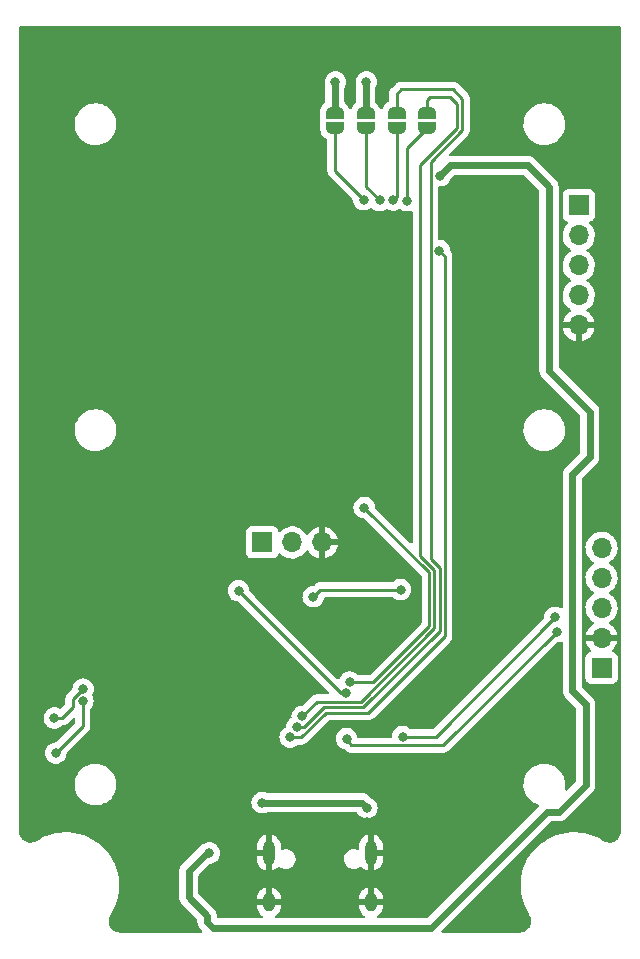
<source format=gbr>
%TF.GenerationSoftware,KiCad,Pcbnew,(6.0.4)*%
%TF.CreationDate,2022-05-01T17:18:24+08:00*%
%TF.ProjectId,RFID-siteV_1_0,52464944-2d73-4697-9465-565f315f302e,rev?*%
%TF.SameCoordinates,Original*%
%TF.FileFunction,Copper,L2,Bot*%
%TF.FilePolarity,Positive*%
%FSLAX46Y46*%
G04 Gerber Fmt 4.6, Leading zero omitted, Abs format (unit mm)*
G04 Created by KiCad (PCBNEW (6.0.4)) date 2022-05-01 17:18:24*
%MOMM*%
%LPD*%
G01*
G04 APERTURE LIST*
G04 Aperture macros list*
%AMFreePoly0*
4,1,22,0.500000,-0.750000,0.000000,-0.750000,0.000000,-0.745033,-0.079941,-0.743568,-0.215256,-0.701293,-0.333266,-0.622738,-0.424486,-0.514219,-0.481581,-0.384460,-0.499164,-0.250000,-0.500000,-0.250000,-0.500000,0.250000,-0.499164,0.250000,-0.499963,0.256109,-0.478152,0.396186,-0.417904,0.524511,-0.324060,0.630769,-0.204165,0.706417,-0.067858,0.745374,0.000000,0.744959,0.000000,0.750000,
0.500000,0.750000,0.500000,-0.750000,0.500000,-0.750000,$1*%
%AMFreePoly1*
4,1,20,0.000000,0.744959,0.073905,0.744508,0.209726,0.703889,0.328688,0.626782,0.421226,0.519385,0.479903,0.390333,0.500000,0.250000,0.500000,-0.250000,0.499851,-0.262216,0.476331,-0.402017,0.414519,-0.529596,0.319384,-0.634700,0.198574,-0.708877,0.061801,-0.746166,0.000000,-0.745033,0.000000,-0.750000,-0.500000,-0.750000,-0.500000,0.750000,0.000000,0.750000,0.000000,0.744959,
0.000000,0.744959,$1*%
G04 Aperture macros list end*
%TA.AperFunction,ComponentPad*%
%ADD10R,1.700000X1.700000*%
%TD*%
%TA.AperFunction,ComponentPad*%
%ADD11O,1.700000X1.700000*%
%TD*%
%TA.AperFunction,SMDPad,CuDef*%
%ADD12FreePoly0,90.000000*%
%TD*%
%TA.AperFunction,SMDPad,CuDef*%
%ADD13FreePoly1,90.000000*%
%TD*%
%TA.AperFunction,ComponentPad*%
%ADD14O,1.000000X1.600000*%
%TD*%
%TA.AperFunction,ComponentPad*%
%ADD15O,1.000000X2.100000*%
%TD*%
%TA.AperFunction,ViaPad*%
%ADD16C,0.800000*%
%TD*%
%TA.AperFunction,Conductor*%
%ADD17C,0.600000*%
%TD*%
%TA.AperFunction,Conductor*%
%ADD18C,0.250000*%
%TD*%
G04 APERTURE END LIST*
D10*
%TO.P,J3,1,Pin_1*%
%TO.N,+3V3*%
X92329000Y-141427200D03*
D11*
%TO.P,J3,2,Pin_2*%
%TO.N,Net-(J3-Pad2)*%
X94869000Y-141427200D03*
%TO.P,J3,3,Pin_3*%
%TO.N,GND*%
X97409000Y-141427200D03*
%TD*%
D12*
%TO.P,JP4,1,A*%
%TO.N,/LoRa_TXD_*%
X106299000Y-106339400D03*
D13*
%TO.P,JP4,2,B*%
%TO.N,/L53R8_UART1_RX*%
X106299000Y-105039400D03*
%TD*%
D12*
%TO.P,JP3,1,A*%
%TO.N,/LoRa_RXD_*%
X103708200Y-106339400D03*
D13*
%TO.P,JP3,2,B*%
%TO.N,/L53R8_UART1_TX*%
X103708200Y-105039400D03*
%TD*%
D12*
%TO.P,JP2,1,A*%
%TO.N,/M1*%
X101092000Y-106339400D03*
D13*
%TO.P,JP2,2,B*%
%TO.N,+3V3*%
X101092000Y-105039400D03*
%TD*%
D12*
%TO.P,JP1,1,A*%
%TO.N,/M0*%
X98475800Y-106339400D03*
D13*
%TO.P,JP1,2,B*%
%TO.N,+3V3*%
X98475800Y-105039400D03*
%TD*%
D10*
%TO.P,J4,1,Pin_1*%
%TO.N,+3V3*%
X121056400Y-152044400D03*
D11*
%TO.P,J4,2,Pin_2*%
%TO.N,GND*%
X121056400Y-149504400D03*
%TO.P,J4,3,Pin_3*%
%TO.N,/SWDIO*%
X121056400Y-146964400D03*
%TO.P,J4,4,Pin_4*%
%TO.N,/SWCLK*%
X121056400Y-144424400D03*
%TO.P,J4,5,Pin_5*%
%TO.N,/NRST*%
X121056400Y-141884400D03*
%TD*%
D10*
%TO.P,J2,1,Pin_1*%
%TO.N,+3V3*%
X119126000Y-112882600D03*
D11*
%TO.P,J2,2,Pin_2*%
%TO.N,/LoRa_TXD_*%
X119126000Y-115422600D03*
%TO.P,J2,3,Pin_3*%
%TO.N,/LoRa_RXD_*%
X119126000Y-117962600D03*
%TO.P,J2,4,Pin_4*%
%TO.N,unconnected-(J2-Pad4)*%
X119126000Y-120502600D03*
%TO.P,J2,5,Pin_5*%
%TO.N,GND*%
X119126000Y-123042600D03*
%TD*%
D14*
%TO.P,J1,S1,SHIELD*%
%TO.N,GND*%
X92887982Y-171890400D03*
D15*
X92887982Y-167710400D03*
X101527982Y-167710400D03*
D14*
X101527982Y-171890400D03*
%TD*%
D16*
%TO.N,GND*%
X96088200Y-171958000D03*
X99872800Y-171856400D03*
X96088200Y-164795200D03*
X101193600Y-165074600D03*
X84150200Y-157607000D03*
X88671400Y-137591800D03*
X88798400Y-140106400D03*
X100990400Y-141681200D03*
X105003600Y-147345400D03*
X104800400Y-143865600D03*
X98831400Y-164642800D03*
X88061800Y-170002200D03*
X92049600Y-165455600D03*
%TO.N,/NRST*%
X104038400Y-145415000D03*
X96647000Y-146024600D03*
%TO.N,/SWDIO*%
X99466400Y-158035100D03*
%TO.N,/SWCLK*%
X104216200Y-157873100D03*
X117119400Y-147777200D03*
%TO.N,/SWDIO*%
X117271800Y-148971000D03*
%TO.N,/BOOT0*%
X99724177Y-153251521D03*
X100965000Y-138480800D03*
%TO.N,GND*%
X83616800Y-171831000D03*
%TO.N,/M0*%
X100914200Y-112395000D03*
%TO.N,/M1*%
X102260400Y-112471200D03*
%TO.N,/LoRa_RXD_*%
X103428800Y-112420400D03*
%TO.N,/LoRa_TXD_*%
X104622600Y-112496600D03*
%TO.N,/LoRa_AUX*%
X107315000Y-116713000D03*
X94694014Y-157907279D03*
%TO.N,/L53R8_UART1_TX*%
X95246777Y-157074538D03*
%TO.N,/L53R8_UART1_RX*%
X95717858Y-156164639D03*
%TO.N,/buz*%
X99425897Y-154205478D03*
X90322400Y-145516600D03*
%TO.N,Net-(D3-Pad2)*%
X74726800Y-156286200D03*
X77166804Y-153839263D03*
%TO.N,Net-(D4-Pad2)*%
X77139800Y-154838400D03*
X74853800Y-159258000D03*
%TO.N,+5V*%
X107404500Y-110361891D03*
X87858600Y-167716200D03*
%TO.N,+3V3*%
X101142800Y-102438200D03*
X98526600Y-102438200D03*
%TO.N,Net-(F1-Pad2)*%
X92329000Y-163449000D03*
X101193600Y-163906200D03*
%TD*%
D17*
%TO.N,+5V*%
X87630000Y-167716200D02*
X87858600Y-167716200D01*
X86106000Y-169240200D02*
X87630000Y-167716200D01*
X87655400Y-173024800D02*
X86106000Y-171475400D01*
X87655400Y-173558200D02*
X87655400Y-173024800D01*
X86106000Y-171475400D02*
X86106000Y-169240200D01*
X88163400Y-174066200D02*
X87655400Y-173558200D01*
X106578400Y-174066200D02*
X88163400Y-174066200D01*
X117475000Y-164211000D02*
X116433600Y-164211000D01*
X119706889Y-161979111D02*
X117475000Y-164211000D01*
X119706889Y-155114489D02*
X119706889Y-161979111D01*
X118592600Y-154000200D02*
X119706889Y-155114489D01*
X120065800Y-134188200D02*
X118592600Y-135661400D01*
X120065800Y-130352800D02*
X120065800Y-134188200D01*
X116611400Y-126898400D02*
X120065800Y-130352800D01*
X114808000Y-109499400D02*
X116611400Y-111302800D01*
X108266991Y-109499400D02*
X114808000Y-109499400D01*
X116611400Y-111302800D02*
X116611400Y-126898400D01*
X116433600Y-164211000D02*
X106578400Y-174066200D01*
X107404500Y-110361891D02*
X108266991Y-109499400D01*
X118592600Y-135661400D02*
X118592600Y-154000200D01*
%TO.N,Net-(F1-Pad2)*%
X100736400Y-163449000D02*
X92329000Y-163449000D01*
X101193600Y-163906200D02*
X100736400Y-163449000D01*
D18*
%TO.N,/buz*%
X99011278Y-154205478D02*
X90322400Y-145516600D01*
X99425897Y-154205478D02*
X99011278Y-154205478D01*
%TO.N,/LoRa_AUX*%
X107799932Y-149348964D02*
X107799932Y-117197932D01*
X101319896Y-155829000D02*
X107799932Y-149348964D01*
X107799932Y-117197932D02*
X107315000Y-116713000D01*
X97713800Y-155829000D02*
X101319896Y-155829000D01*
X95635521Y-157907279D02*
X97713800Y-155829000D01*
X94694014Y-157907279D02*
X95635521Y-157907279D01*
%TO.N,/L53R8_UART1_RX*%
X100678836Y-154929978D02*
X96952519Y-154929978D01*
X106900911Y-148707903D02*
X100678836Y-154929978D01*
X105697089Y-142577185D02*
X106900911Y-143781007D01*
X105697089Y-109440911D02*
X105697089Y-142577185D01*
X108813600Y-106324400D02*
X105697089Y-109440911D01*
X108813600Y-104292400D02*
X108813600Y-106324400D01*
X108254800Y-103733600D02*
X108813600Y-104292400D01*
%TO.N,/L53R8_UART1_TX*%
X97527606Y-155379490D02*
X95832558Y-157074538D01*
X100888595Y-155379489D02*
X97527606Y-155379490D01*
X109263111Y-103852911D02*
X109263110Y-106510594D01*
X108458000Y-103047800D02*
X109263111Y-103852911D01*
X104089200Y-103047800D02*
X108458000Y-103047800D01*
X95832558Y-157074538D02*
X95246777Y-157074538D01*
X103708200Y-103428800D02*
X104089200Y-103047800D01*
X109263110Y-106510594D02*
X106588421Y-109185283D01*
X103708200Y-105039400D02*
X103708200Y-103428800D01*
%TO.N,/L53R8_UART1_RX*%
X106299000Y-105039400D02*
X106299000Y-103987600D01*
X106553000Y-103733600D02*
X108254800Y-103733600D01*
%TO.N,/L53R8_UART1_TX*%
X106588421Y-109185283D02*
X106588421Y-142832813D01*
%TO.N,/BOOT0*%
X106451400Y-148521696D02*
X101721575Y-153251521D01*
X106451400Y-143967200D02*
X106451400Y-148521696D01*
X100965000Y-138480800D02*
X106451400Y-143967200D01*
%TO.N,/L53R8_UART1_RX*%
X106299000Y-103987600D02*
X106553000Y-103733600D01*
X106900911Y-143781007D02*
X106900911Y-148707903D01*
%TO.N,/L53R8_UART1_TX*%
X106588421Y-142832813D02*
X107350422Y-143594815D01*
X107350422Y-143594815D02*
X107350422Y-148917662D01*
%TO.N,/L53R8_UART1_RX*%
X96952519Y-154929978D02*
X95717858Y-156164639D01*
%TO.N,/L53R8_UART1_TX*%
X107350422Y-148917662D02*
X100888595Y-155379489D01*
%TO.N,/BOOT0*%
X101721575Y-153251521D02*
X99724177Y-153251521D01*
%TO.N,Net-(D4-Pad2)*%
X77139800Y-156972000D02*
X74853800Y-159258000D01*
X77139800Y-154838400D02*
X77139800Y-156972000D01*
%TO.N,/NRST*%
X97256600Y-145415000D02*
X96647000Y-146024600D01*
X104038400Y-145415000D02*
X97256600Y-145415000D01*
%TO.N,/SWDIO*%
X99466400Y-158191200D02*
X99466400Y-158035100D01*
X99872800Y-158597600D02*
X99466400Y-158191200D01*
X117271800Y-148971000D02*
X107645200Y-158597600D01*
X107645200Y-158597600D02*
X99872800Y-158597600D01*
%TO.N,/SWCLK*%
X117119400Y-147777200D02*
X107023500Y-157873100D01*
X107023500Y-157873100D02*
X104216200Y-157873100D01*
%TO.N,/M0*%
X98475800Y-109956600D02*
X100914200Y-112395000D01*
X98475800Y-106339400D02*
X98475800Y-109956600D01*
%TO.N,/M1*%
X101092000Y-111302800D02*
X102260400Y-112471200D01*
X101092000Y-106339400D02*
X101092000Y-111302800D01*
%TO.N,/LoRa_RXD_*%
X103708200Y-112141000D02*
X103428800Y-112420400D01*
X103708200Y-106339400D02*
X103708200Y-112141000D01*
%TO.N,/LoRa_TXD_*%
X104622600Y-108015800D02*
X104622600Y-112496600D01*
X106299000Y-106339400D02*
X104622600Y-108015800D01*
%TO.N,Net-(D3-Pad2)*%
X75412600Y-156286200D02*
X74726800Y-156286200D01*
X76301600Y-154651986D02*
X76301600Y-155397200D01*
X77114323Y-153839263D02*
X76301600Y-154651986D01*
X77166804Y-153839263D02*
X77114323Y-153839263D01*
X76301600Y-155397200D02*
X75412600Y-156286200D01*
D17*
%TO.N,+3V3*%
X101092000Y-102489000D02*
X101142800Y-102438200D01*
X101092000Y-105039400D02*
X101092000Y-102489000D01*
X98475800Y-102489000D02*
X98526600Y-102438200D01*
X98475800Y-105039400D02*
X98475800Y-102489000D01*
%TD*%
%TA.AperFunction,Conductor*%
%TO.N,GND*%
G36*
X122641554Y-97735485D02*
G01*
X122688072Y-97789119D01*
X122699482Y-97841514D01*
X122699482Y-165811819D01*
X122697982Y-165831203D01*
X122697250Y-165835908D01*
X122694291Y-165854910D01*
X122695455Y-165863811D01*
X122695455Y-165863817D01*
X122695903Y-165867239D01*
X122696463Y-165894837D01*
X122684656Y-166026435D01*
X122680647Y-166048595D01*
X122639639Y-166197665D01*
X122631749Y-166218758D01*
X122566272Y-166355201D01*
X122564858Y-166358147D01*
X122553337Y-166377500D01*
X122462698Y-166502753D01*
X122447918Y-166519745D01*
X122336433Y-166626858D01*
X122318864Y-166640947D01*
X122229310Y-166700446D01*
X122190084Y-166726507D01*
X122170289Y-166737242D01*
X122123604Y-166757391D01*
X122028340Y-166798506D01*
X122006947Y-166805547D01*
X121856357Y-166840562D01*
X121834054Y-166843682D01*
X121786565Y-166846034D01*
X121679631Y-166851330D01*
X121657132Y-166850429D01*
X121503811Y-166830462D01*
X121481837Y-166825571D01*
X121410963Y-166802987D01*
X121334526Y-166778630D01*
X121313765Y-166769902D01*
X121205909Y-166712725D01*
X121187040Y-166700446D01*
X121184039Y-166698086D01*
X121180453Y-166694788D01*
X121175466Y-166691455D01*
X121175263Y-166691273D01*
X121175017Y-166691155D01*
X121170016Y-166687813D01*
X121165595Y-166685760D01*
X121163104Y-166684361D01*
X121161015Y-166683161D01*
X120816491Y-166480594D01*
X120445886Y-166305804D01*
X120443195Y-166304822D01*
X120443190Y-166304820D01*
X120063658Y-166166333D01*
X120063647Y-166166330D01*
X120060957Y-166165348D01*
X119664874Y-166060382D01*
X119260904Y-165991772D01*
X118852377Y-165960085D01*
X118849537Y-165960123D01*
X118849534Y-165960123D01*
X118747764Y-165961488D01*
X118442659Y-165965580D01*
X118439816Y-165965877D01*
X118439806Y-165965878D01*
X118037982Y-166007913D01*
X118037972Y-166007914D01*
X118035128Y-166008212D01*
X118032321Y-166008766D01*
X118032318Y-166008767D01*
X117635936Y-166087079D01*
X117635932Y-166087080D01*
X117633143Y-166087631D01*
X117630416Y-166088433D01*
X117630406Y-166088435D01*
X117242777Y-166202371D01*
X117240018Y-166203182D01*
X117237348Y-166204238D01*
X117237340Y-166204241D01*
X116998892Y-166298569D01*
X116858994Y-166353911D01*
X116493210Y-166538578D01*
X116490792Y-166540088D01*
X116490782Y-166540094D01*
X116148116Y-166754138D01*
X116145683Y-166755658D01*
X116143403Y-166757388D01*
X116143399Y-166757391D01*
X115821560Y-167001631D01*
X115821554Y-167001636D01*
X115819277Y-167003364D01*
X115516683Y-167279653D01*
X115240394Y-167582247D01*
X115238666Y-167584524D01*
X115238661Y-167584530D01*
X114994604Y-167906128D01*
X114992688Y-167908653D01*
X114991171Y-167911082D01*
X114991168Y-167911086D01*
X114777124Y-168253752D01*
X114777118Y-168253762D01*
X114775608Y-168256180D01*
X114590941Y-168621964D01*
X114575117Y-168661965D01*
X114442195Y-168997976D01*
X114440212Y-169002988D01*
X114439401Y-169005746D01*
X114439401Y-169005747D01*
X114344661Y-169328070D01*
X114324661Y-169396113D01*
X114324110Y-169398902D01*
X114324109Y-169398906D01*
X114245797Y-169795288D01*
X114245242Y-169798098D01*
X114244944Y-169800942D01*
X114244943Y-169800952D01*
X114231830Y-169926308D01*
X114202610Y-170205629D01*
X114197115Y-170615347D01*
X114228802Y-171023874D01*
X114297412Y-171427844D01*
X114402378Y-171823927D01*
X114403360Y-171826617D01*
X114403363Y-171826628D01*
X114541850Y-172206160D01*
X114542834Y-172208856D01*
X114544057Y-172211449D01*
X114706648Y-172556188D01*
X114717624Y-172579461D01*
X114719066Y-172581914D01*
X114719071Y-172581923D01*
X114911055Y-172908448D01*
X114913734Y-172913704D01*
X114913902Y-172913615D01*
X114916186Y-172917924D01*
X114918125Y-172922382D01*
X114921346Y-172927467D01*
X114921458Y-172927715D01*
X114921635Y-172927922D01*
X114924843Y-172932986D01*
X114928050Y-172936649D01*
X114928054Y-172936654D01*
X114930129Y-172939024D01*
X114946653Y-172963006D01*
X115006948Y-173076740D01*
X115015676Y-173097501D01*
X115062619Y-173244815D01*
X115067512Y-173266799D01*
X115087480Y-173420120D01*
X115088381Y-173442621D01*
X115083049Y-173550306D01*
X115080735Y-173597052D01*
X115077615Y-173619356D01*
X115042601Y-173769948D01*
X115035561Y-173791340D01*
X114974293Y-173933304D01*
X114963563Y-173953092D01*
X114877995Y-174081889D01*
X114863909Y-174099454D01*
X114756789Y-174210949D01*
X114739797Y-174225730D01*
X114614541Y-174316373D01*
X114595189Y-174327893D01*
X114455791Y-174394792D01*
X114434698Y-174402682D01*
X114285627Y-174443694D01*
X114263465Y-174447704D01*
X114139055Y-174458868D01*
X114122334Y-174458325D01*
X114122329Y-174458752D01*
X114113353Y-174458642D01*
X114104482Y-174457261D01*
X114095581Y-174458425D01*
X114095577Y-174458425D01*
X114072923Y-174461388D01*
X114056585Y-174462452D01*
X107629730Y-174462452D01*
X107561609Y-174442450D01*
X107515116Y-174388794D01*
X107505012Y-174318520D01*
X107534506Y-174253940D01*
X107540635Y-174247357D01*
X116731587Y-165056405D01*
X116793899Y-165022379D01*
X116820682Y-165019500D01*
X117465786Y-165019500D01*
X117467106Y-165019507D01*
X117557221Y-165020451D01*
X117599597Y-165011289D01*
X117612163Y-165009231D01*
X117655255Y-165004397D01*
X117661906Y-165002081D01*
X117661910Y-165002080D01*
X117686930Y-164993367D01*
X117701742Y-164989204D01*
X117727619Y-164983609D01*
X117734510Y-164982119D01*
X117773813Y-164963792D01*
X117785589Y-164959010D01*
X117826552Y-164944745D01*
X117832527Y-164941011D01*
X117832530Y-164941010D01*
X117854995Y-164926973D01*
X117868512Y-164919634D01*
X117892514Y-164908441D01*
X117892515Y-164908440D01*
X117898902Y-164905462D01*
X117933153Y-164878894D01*
X117943612Y-164871598D01*
X117974404Y-164852358D01*
X117974407Y-164852356D01*
X117980376Y-164848626D01*
X118009179Y-164820024D01*
X118009804Y-164819439D01*
X118010470Y-164818922D01*
X118036459Y-164792933D01*
X118109082Y-164720815D01*
X118109740Y-164719778D01*
X118110843Y-164718549D01*
X120271952Y-162557439D01*
X120272889Y-162556510D01*
X120332364Y-162498268D01*
X120332365Y-162498267D01*
X120337396Y-162493340D01*
X120341211Y-162487421D01*
X120341217Y-162487413D01*
X120360883Y-162456897D01*
X120368316Y-162446552D01*
X120395365Y-162412668D01*
X120401704Y-162399556D01*
X120409961Y-162382474D01*
X120417491Y-162369056D01*
X120431837Y-162346795D01*
X120435654Y-162340873D01*
X120438062Y-162334256D01*
X120438065Y-162334251D01*
X120450481Y-162300138D01*
X120455442Y-162288395D01*
X120471242Y-162255711D01*
X120471245Y-162255702D01*
X120474310Y-162249362D01*
X120481855Y-162216683D01*
X120486223Y-162201936D01*
X120497692Y-162170426D01*
X120498574Y-162163441D01*
X120498576Y-162163434D01*
X120503126Y-162127419D01*
X120505361Y-162114868D01*
X120513529Y-162079489D01*
X120515114Y-162072626D01*
X120515252Y-162033241D01*
X120515256Y-162032037D01*
X120515285Y-162031168D01*
X120515389Y-162030342D01*
X120515389Y-161993825D01*
X120515747Y-161891241D01*
X120515478Y-161890038D01*
X120515389Y-161888394D01*
X120515389Y-155123749D01*
X120515396Y-155122430D01*
X120516266Y-155039315D01*
X120516340Y-155032268D01*
X120507178Y-154989892D01*
X120505119Y-154977321D01*
X120501071Y-154941233D01*
X120500286Y-154934234D01*
X120489256Y-154902559D01*
X120485093Y-154887747D01*
X120479498Y-154861870D01*
X120478008Y-154854979D01*
X120459682Y-154815678D01*
X120454897Y-154803895D01*
X120440634Y-154762937D01*
X120422868Y-154734505D01*
X120415529Y-154720988D01*
X120404329Y-154696970D01*
X120404327Y-154696966D01*
X120401352Y-154690587D01*
X120394584Y-154681861D01*
X120374780Y-154656329D01*
X120367486Y-154645874D01*
X120348248Y-154615087D01*
X120344515Y-154609113D01*
X120315913Y-154580310D01*
X120315328Y-154579685D01*
X120314811Y-154579019D01*
X120288821Y-154553029D01*
X120216704Y-154480407D01*
X120215667Y-154479749D01*
X120214438Y-154478646D01*
X119438005Y-153702213D01*
X119403979Y-153639901D01*
X119401100Y-153613118D01*
X119401100Y-152942534D01*
X119697900Y-152942534D01*
X119704655Y-153004716D01*
X119755785Y-153141105D01*
X119843139Y-153257661D01*
X119959695Y-153345015D01*
X120096084Y-153396145D01*
X120158266Y-153402900D01*
X121954534Y-153402900D01*
X122016716Y-153396145D01*
X122153105Y-153345015D01*
X122269661Y-153257661D01*
X122357015Y-153141105D01*
X122408145Y-153004716D01*
X122414900Y-152942534D01*
X122414900Y-151146266D01*
X122408145Y-151084084D01*
X122357015Y-150947695D01*
X122269661Y-150831139D01*
X122153105Y-150743785D01*
X122034087Y-150699167D01*
X121977323Y-150656525D01*
X121952623Y-150589964D01*
X121967830Y-150520615D01*
X121989377Y-150491935D01*
X122090452Y-150391212D01*
X122097130Y-150383365D01*
X122221403Y-150210420D01*
X122226713Y-150201583D01*
X122321070Y-150010667D01*
X122324869Y-150001072D01*
X122386777Y-149797310D01*
X122388955Y-149787237D01*
X122390386Y-149776362D01*
X122388175Y-149762178D01*
X122375017Y-149758400D01*
X119739625Y-149758400D01*
X119726094Y-149762373D01*
X119724657Y-149772366D01*
X119754965Y-149906846D01*
X119758045Y-149916675D01*
X119838170Y-150114003D01*
X119842813Y-150123194D01*
X119954094Y-150304788D01*
X119960177Y-150313099D01*
X120099613Y-150474067D01*
X120106977Y-150481279D01*
X120111922Y-150485385D01*
X120151556Y-150544289D01*
X120153053Y-150615270D01*
X120115937Y-150675792D01*
X120075664Y-150700310D01*
X119968105Y-150740632D01*
X119968104Y-150740633D01*
X119959695Y-150743785D01*
X119843139Y-150831139D01*
X119755785Y-150947695D01*
X119704655Y-151084084D01*
X119697900Y-151146266D01*
X119697900Y-152942534D01*
X119401100Y-152942534D01*
X119401100Y-146931095D01*
X119693651Y-146931095D01*
X119693948Y-146936248D01*
X119693948Y-146936251D01*
X119699411Y-147030990D01*
X119706510Y-147154115D01*
X119707647Y-147159161D01*
X119707648Y-147159167D01*
X119724817Y-147235348D01*
X119755622Y-147372039D01*
X119839666Y-147579016D01*
X119956387Y-147769488D01*
X120102650Y-147938338D01*
X120274526Y-148081032D01*
X120348355Y-148124174D01*
X120397079Y-148175812D01*
X120410150Y-148245595D01*
X120383419Y-148311367D01*
X120342962Y-148344727D01*
X120334857Y-148348946D01*
X120326138Y-148354436D01*
X120155833Y-148482305D01*
X120148126Y-148489148D01*
X120000990Y-148643117D01*
X119994504Y-148651127D01*
X119874498Y-148827049D01*
X119869400Y-148836023D01*
X119779738Y-149029183D01*
X119776175Y-149038870D01*
X119720789Y-149238583D01*
X119722312Y-149247007D01*
X119734692Y-149250400D01*
X122374744Y-149250400D01*
X122388275Y-149246427D01*
X122389580Y-149237347D01*
X122347614Y-149070275D01*
X122344294Y-149060524D01*
X122259372Y-148865214D01*
X122254505Y-148856139D01*
X122138826Y-148677326D01*
X122132536Y-148669157D01*
X121989206Y-148511640D01*
X121981673Y-148504615D01*
X121814539Y-148372622D01*
X121805956Y-148366920D01*
X121769002Y-148346520D01*
X121719031Y-148296087D01*
X121704259Y-148226645D01*
X121729375Y-148160239D01*
X121756727Y-148133632D01*
X121780197Y-148116891D01*
X121936260Y-148005573D01*
X122094496Y-147847889D01*
X122153994Y-147765089D01*
X122221835Y-147670677D01*
X122224853Y-147666477D01*
X122263999Y-147587272D01*
X122321536Y-147470853D01*
X122321537Y-147470851D01*
X122323830Y-147466211D01*
X122388770Y-147252469D01*
X122417929Y-147030990D01*
X122418330Y-147014594D01*
X122419474Y-146967765D01*
X122419474Y-146967761D01*
X122419556Y-146964400D01*
X122401252Y-146741761D01*
X122346831Y-146525102D01*
X122257754Y-146320240D01*
X122183925Y-146206118D01*
X122139222Y-146137017D01*
X122139220Y-146137014D01*
X122136414Y-146132677D01*
X121986070Y-145967451D01*
X121982019Y-145964252D01*
X121982015Y-145964248D01*
X121814814Y-145832200D01*
X121814810Y-145832198D01*
X121810759Y-145828998D01*
X121769453Y-145806196D01*
X121719484Y-145755764D01*
X121704712Y-145686321D01*
X121729828Y-145619916D01*
X121757180Y-145593309D01*
X121801003Y-145562050D01*
X121936260Y-145465573D01*
X122094496Y-145307889D01*
X122153994Y-145225089D01*
X122221835Y-145130677D01*
X122224853Y-145126477D01*
X122231405Y-145113221D01*
X122321536Y-144930853D01*
X122321537Y-144930851D01*
X122323830Y-144926211D01*
X122388770Y-144712469D01*
X122417929Y-144490990D01*
X122419556Y-144424400D01*
X122401252Y-144201761D01*
X122346831Y-143985102D01*
X122257754Y-143780240D01*
X122136414Y-143592677D01*
X121986070Y-143427451D01*
X121982019Y-143424252D01*
X121982015Y-143424248D01*
X121814814Y-143292200D01*
X121814810Y-143292198D01*
X121810759Y-143288998D01*
X121769453Y-143266196D01*
X121719484Y-143215764D01*
X121704712Y-143146321D01*
X121729828Y-143079916D01*
X121757180Y-143053309D01*
X121801003Y-143022050D01*
X121936260Y-142925573D01*
X122094496Y-142767889D01*
X122099638Y-142760734D01*
X122221835Y-142590677D01*
X122224853Y-142586477D01*
X122244640Y-142546442D01*
X122321536Y-142390853D01*
X122321537Y-142390851D01*
X122323830Y-142386211D01*
X122388770Y-142172469D01*
X122417929Y-141950990D01*
X122419556Y-141884400D01*
X122401252Y-141661761D01*
X122346831Y-141445102D01*
X122257754Y-141240240D01*
X122211814Y-141169227D01*
X122139222Y-141057017D01*
X122139220Y-141057014D01*
X122136414Y-141052677D01*
X121986070Y-140887451D01*
X121982019Y-140884252D01*
X121982015Y-140884248D01*
X121814814Y-140752200D01*
X121814810Y-140752198D01*
X121810759Y-140748998D01*
X121615189Y-140641038D01*
X121610320Y-140639314D01*
X121610316Y-140639312D01*
X121409487Y-140568195D01*
X121409483Y-140568194D01*
X121404612Y-140566469D01*
X121399519Y-140565562D01*
X121399516Y-140565561D01*
X121189773Y-140528200D01*
X121189767Y-140528199D01*
X121184684Y-140527294D01*
X121110852Y-140526392D01*
X120966481Y-140524628D01*
X120966479Y-140524628D01*
X120961311Y-140524565D01*
X120740491Y-140558355D01*
X120528156Y-140627757D01*
X120330007Y-140730907D01*
X120325874Y-140734010D01*
X120325871Y-140734012D01*
X120260572Y-140783040D01*
X120151365Y-140865035D01*
X119997029Y-141026538D01*
X119871143Y-141211080D01*
X119777088Y-141413705D01*
X119717389Y-141628970D01*
X119693651Y-141851095D01*
X119693948Y-141856248D01*
X119693948Y-141856251D01*
X119699411Y-141950990D01*
X119706510Y-142074115D01*
X119707647Y-142079161D01*
X119707648Y-142079167D01*
X119727519Y-142167339D01*
X119755622Y-142292039D01*
X119793861Y-142386211D01*
X119828441Y-142471371D01*
X119839666Y-142499016D01*
X119842365Y-142503420D01*
X119937325Y-142658381D01*
X119956387Y-142689488D01*
X119959767Y-142693390D01*
X119960378Y-142694095D01*
X120102650Y-142858338D01*
X120274526Y-143001032D01*
X120344995Y-143042211D01*
X120347845Y-143043876D01*
X120396569Y-143095514D01*
X120409640Y-143165297D01*
X120382909Y-143231069D01*
X120342455Y-143264427D01*
X120330007Y-143270907D01*
X120325874Y-143274010D01*
X120325871Y-143274012D01*
X120301647Y-143292200D01*
X120151365Y-143405035D01*
X119997029Y-143566538D01*
X119871143Y-143751080D01*
X119777088Y-143953705D01*
X119717389Y-144168970D01*
X119693651Y-144391095D01*
X119693948Y-144396248D01*
X119693948Y-144396251D01*
X119699411Y-144490990D01*
X119706510Y-144614115D01*
X119707647Y-144619161D01*
X119707648Y-144619167D01*
X119727519Y-144707339D01*
X119755622Y-144832039D01*
X119839666Y-145039016D01*
X119846231Y-145049729D01*
X119949834Y-145218794D01*
X119956387Y-145229488D01*
X120102650Y-145398338D01*
X120274526Y-145541032D01*
X120320363Y-145567817D01*
X120347845Y-145583876D01*
X120396569Y-145635514D01*
X120409640Y-145705297D01*
X120382909Y-145771069D01*
X120342455Y-145804427D01*
X120330007Y-145810907D01*
X120325874Y-145814010D01*
X120325871Y-145814012D01*
X120155500Y-145941930D01*
X120151365Y-145945035D01*
X120133005Y-145964248D01*
X120053136Y-146047826D01*
X119997029Y-146106538D01*
X119871143Y-146291080D01*
X119856731Y-146322128D01*
X119791803Y-146462005D01*
X119777088Y-146493705D01*
X119717389Y-146708970D01*
X119693651Y-146931095D01*
X119401100Y-146931095D01*
X119401100Y-136048482D01*
X119421102Y-135980361D01*
X119438005Y-135959387D01*
X120630958Y-134766434D01*
X120631895Y-134765506D01*
X120691275Y-134707357D01*
X120691276Y-134707356D01*
X120696307Y-134702429D01*
X120719798Y-134665979D01*
X120727217Y-134655654D01*
X120754276Y-134621757D01*
X120757340Y-134615418D01*
X120757343Y-134615414D01*
X120768874Y-134591562D01*
X120776401Y-134578149D01*
X120790747Y-134555887D01*
X120790748Y-134555884D01*
X120794565Y-134549962D01*
X120796976Y-134543339D01*
X120809392Y-134509227D01*
X120814353Y-134497483D01*
X120830152Y-134464801D01*
X120830153Y-134464799D01*
X120833221Y-134458452D01*
X120840766Y-134425773D01*
X120845134Y-134411025D01*
X120856603Y-134379515D01*
X120857485Y-134372529D01*
X120857487Y-134372523D01*
X120862038Y-134336499D01*
X120864274Y-134323947D01*
X120872438Y-134288586D01*
X120872438Y-134288583D01*
X120874024Y-134281715D01*
X120874166Y-134241144D01*
X120874195Y-134240262D01*
X120874300Y-134239431D01*
X120874300Y-134202628D01*
X120874657Y-134100330D01*
X120874389Y-134099130D01*
X120874300Y-134097493D01*
X120874300Y-130361965D01*
X120874307Y-130360646D01*
X120875176Y-130277626D01*
X120875250Y-130270579D01*
X120870509Y-130248649D01*
X120869744Y-130245113D01*
X120866090Y-130228214D01*
X120864030Y-130215635D01*
X120859982Y-130179541D01*
X120859981Y-130179538D01*
X120859197Y-130172545D01*
X120848166Y-130140868D01*
X120844004Y-130126058D01*
X120838409Y-130100178D01*
X120838408Y-130100174D01*
X120836919Y-130093289D01*
X120833942Y-130086905D01*
X120833940Y-130086899D01*
X120818596Y-130053993D01*
X120813800Y-130042183D01*
X120801861Y-130007900D01*
X120799545Y-130001248D01*
X120795813Y-129995276D01*
X120795810Y-129995269D01*
X120781773Y-129972805D01*
X120774434Y-129959288D01*
X120763239Y-129935281D01*
X120763237Y-129935277D01*
X120760262Y-129928898D01*
X120733692Y-129894644D01*
X120726398Y-129884188D01*
X120703426Y-129847424D01*
X120674817Y-129818615D01*
X120674234Y-129817992D01*
X120673721Y-129817330D01*
X120647874Y-129791483D01*
X120575615Y-129718718D01*
X120574577Y-129718059D01*
X120573344Y-129716953D01*
X117456805Y-126600413D01*
X117422779Y-126538101D01*
X117419900Y-126511318D01*
X117419900Y-123310566D01*
X117794257Y-123310566D01*
X117824565Y-123445046D01*
X117827645Y-123454875D01*
X117907770Y-123652203D01*
X117912413Y-123661394D01*
X118023694Y-123842988D01*
X118029777Y-123851299D01*
X118169213Y-124012267D01*
X118176580Y-124019483D01*
X118340434Y-124155516D01*
X118348881Y-124161431D01*
X118532756Y-124268879D01*
X118542042Y-124273329D01*
X118741001Y-124349303D01*
X118750899Y-124352179D01*
X118854250Y-124373206D01*
X118868299Y-124372010D01*
X118872000Y-124361665D01*
X118872000Y-124361117D01*
X119380000Y-124361117D01*
X119384064Y-124374959D01*
X119397478Y-124376993D01*
X119404184Y-124376134D01*
X119414262Y-124373992D01*
X119618255Y-124312791D01*
X119627842Y-124309033D01*
X119819095Y-124215339D01*
X119827945Y-124210064D01*
X120001328Y-124086392D01*
X120009200Y-124079739D01*
X120160052Y-123929412D01*
X120166730Y-123921565D01*
X120291003Y-123748620D01*
X120296313Y-123739783D01*
X120390670Y-123548867D01*
X120394469Y-123539272D01*
X120456377Y-123335510D01*
X120458555Y-123325437D01*
X120459986Y-123314562D01*
X120457775Y-123300378D01*
X120444617Y-123296600D01*
X119398115Y-123296600D01*
X119382876Y-123301075D01*
X119381671Y-123302465D01*
X119380000Y-123310148D01*
X119380000Y-124361117D01*
X118872000Y-124361117D01*
X118872000Y-123314715D01*
X118867525Y-123299476D01*
X118866135Y-123298271D01*
X118858452Y-123296600D01*
X117809225Y-123296600D01*
X117795694Y-123300573D01*
X117794257Y-123310566D01*
X117419900Y-123310566D01*
X117419900Y-120469295D01*
X117763251Y-120469295D01*
X117763548Y-120474448D01*
X117763548Y-120474451D01*
X117769011Y-120569190D01*
X117776110Y-120692315D01*
X117777247Y-120697361D01*
X117777248Y-120697367D01*
X117797119Y-120785539D01*
X117825222Y-120910239D01*
X117909266Y-121117216D01*
X118025987Y-121307688D01*
X118172250Y-121476538D01*
X118344126Y-121619232D01*
X118417955Y-121662374D01*
X118466679Y-121714012D01*
X118479750Y-121783795D01*
X118453019Y-121849567D01*
X118412562Y-121882927D01*
X118404457Y-121887146D01*
X118395738Y-121892636D01*
X118225433Y-122020505D01*
X118217726Y-122027348D01*
X118070590Y-122181317D01*
X118064104Y-122189327D01*
X117944098Y-122365249D01*
X117939000Y-122374223D01*
X117849338Y-122567383D01*
X117845775Y-122577070D01*
X117790389Y-122776783D01*
X117791912Y-122785207D01*
X117804292Y-122788600D01*
X120444344Y-122788600D01*
X120457875Y-122784627D01*
X120459180Y-122775547D01*
X120417214Y-122608475D01*
X120413894Y-122598724D01*
X120328972Y-122403414D01*
X120324105Y-122394339D01*
X120208426Y-122215526D01*
X120202136Y-122207357D01*
X120058806Y-122049840D01*
X120051273Y-122042815D01*
X119884139Y-121910822D01*
X119875556Y-121905120D01*
X119838602Y-121884720D01*
X119788631Y-121834287D01*
X119773859Y-121764845D01*
X119798975Y-121698439D01*
X119826327Y-121671832D01*
X119849797Y-121655091D01*
X120005860Y-121543773D01*
X120164096Y-121386089D01*
X120223594Y-121303289D01*
X120291435Y-121208877D01*
X120294453Y-121204677D01*
X120393430Y-121004411D01*
X120458370Y-120790669D01*
X120487529Y-120569190D01*
X120489156Y-120502600D01*
X120470852Y-120279961D01*
X120416431Y-120063302D01*
X120327354Y-119858440D01*
X120206014Y-119670877D01*
X120055670Y-119505651D01*
X120051619Y-119502452D01*
X120051615Y-119502448D01*
X119884414Y-119370400D01*
X119884410Y-119370398D01*
X119880359Y-119367198D01*
X119839053Y-119344396D01*
X119789084Y-119293964D01*
X119774312Y-119224521D01*
X119799428Y-119158116D01*
X119826780Y-119131509D01*
X119870603Y-119100250D01*
X120005860Y-119003773D01*
X120164096Y-118846089D01*
X120223594Y-118763289D01*
X120291435Y-118668877D01*
X120294453Y-118664677D01*
X120393430Y-118464411D01*
X120458370Y-118250669D01*
X120487529Y-118029190D01*
X120489156Y-117962600D01*
X120470852Y-117739961D01*
X120416431Y-117523302D01*
X120327354Y-117318440D01*
X120244240Y-117189965D01*
X120208822Y-117135217D01*
X120208820Y-117135214D01*
X120206014Y-117130877D01*
X120055670Y-116965651D01*
X120051619Y-116962452D01*
X120051615Y-116962448D01*
X119884414Y-116830400D01*
X119884410Y-116830398D01*
X119880359Y-116827198D01*
X119839053Y-116804396D01*
X119789084Y-116753964D01*
X119774312Y-116684521D01*
X119799428Y-116618116D01*
X119826780Y-116591509D01*
X119870603Y-116560250D01*
X120005860Y-116463773D01*
X120164096Y-116306089D01*
X120223594Y-116223289D01*
X120291435Y-116128877D01*
X120294453Y-116124677D01*
X120393430Y-115924411D01*
X120458370Y-115710669D01*
X120487529Y-115489190D01*
X120489156Y-115422600D01*
X120470852Y-115199961D01*
X120416431Y-114983302D01*
X120327354Y-114778440D01*
X120206014Y-114590877D01*
X120202532Y-114587050D01*
X120058798Y-114429088D01*
X120027746Y-114365242D01*
X120036141Y-114294743D01*
X120081317Y-114239975D01*
X120107761Y-114226306D01*
X120214297Y-114186367D01*
X120222705Y-114183215D01*
X120339261Y-114095861D01*
X120426615Y-113979305D01*
X120477745Y-113842916D01*
X120484500Y-113780734D01*
X120484500Y-111984466D01*
X120477745Y-111922284D01*
X120426615Y-111785895D01*
X120339261Y-111669339D01*
X120222705Y-111581985D01*
X120086316Y-111530855D01*
X120024134Y-111524100D01*
X118227866Y-111524100D01*
X118165684Y-111530855D01*
X118029295Y-111581985D01*
X117912739Y-111669339D01*
X117825385Y-111785895D01*
X117774255Y-111922284D01*
X117767500Y-111984466D01*
X117767500Y-113780734D01*
X117774255Y-113842916D01*
X117825385Y-113979305D01*
X117912739Y-114095861D01*
X118029295Y-114183215D01*
X118037704Y-114186367D01*
X118037705Y-114186368D01*
X118146451Y-114227135D01*
X118203216Y-114269776D01*
X118227916Y-114336338D01*
X118212709Y-114405687D01*
X118193316Y-114432168D01*
X118066629Y-114564738D01*
X117940743Y-114749280D01*
X117846688Y-114951905D01*
X117786989Y-115167170D01*
X117763251Y-115389295D01*
X117763548Y-115394448D01*
X117763548Y-115394451D01*
X117769011Y-115489190D01*
X117776110Y-115612315D01*
X117777247Y-115617361D01*
X117777248Y-115617367D01*
X117797119Y-115705539D01*
X117825222Y-115830239D01*
X117909266Y-116037216D01*
X118025987Y-116227688D01*
X118172250Y-116396538D01*
X118344126Y-116539232D01*
X118414595Y-116580411D01*
X118417445Y-116582076D01*
X118466169Y-116633714D01*
X118479240Y-116703497D01*
X118452509Y-116769269D01*
X118412055Y-116802627D01*
X118399607Y-116809107D01*
X118395474Y-116812210D01*
X118395471Y-116812212D01*
X118225100Y-116940130D01*
X118220965Y-116943235D01*
X118066629Y-117104738D01*
X117940743Y-117289280D01*
X117846688Y-117491905D01*
X117786989Y-117707170D01*
X117763251Y-117929295D01*
X117763548Y-117934448D01*
X117763548Y-117934451D01*
X117769011Y-118029190D01*
X117776110Y-118152315D01*
X117777247Y-118157361D01*
X117777248Y-118157367D01*
X117797119Y-118245539D01*
X117825222Y-118370239D01*
X117909266Y-118577216D01*
X118025987Y-118767688D01*
X118172250Y-118936538D01*
X118344126Y-119079232D01*
X118414595Y-119120411D01*
X118417445Y-119122076D01*
X118466169Y-119173714D01*
X118479240Y-119243497D01*
X118452509Y-119309269D01*
X118412055Y-119342627D01*
X118399607Y-119349107D01*
X118395474Y-119352210D01*
X118395471Y-119352212D01*
X118371247Y-119370400D01*
X118220965Y-119483235D01*
X118066629Y-119644738D01*
X117940743Y-119829280D01*
X117846688Y-120031905D01*
X117786989Y-120247170D01*
X117763251Y-120469295D01*
X117419900Y-120469295D01*
X117419900Y-111312014D01*
X117419907Y-111310694D01*
X117420329Y-111270391D01*
X117420851Y-111220579D01*
X117411689Y-111178203D01*
X117409630Y-111165632D01*
X117405582Y-111129544D01*
X117404797Y-111122545D01*
X117393767Y-111090870D01*
X117389604Y-111076058D01*
X117384009Y-111050181D01*
X117382519Y-111043290D01*
X117364192Y-111003987D01*
X117359410Y-110992211D01*
X117345145Y-110951248D01*
X117341410Y-110945270D01*
X117327373Y-110922805D01*
X117320034Y-110909288D01*
X117308841Y-110885286D01*
X117308840Y-110885285D01*
X117305862Y-110878898D01*
X117286409Y-110853819D01*
X117279294Y-110844647D01*
X117271998Y-110834188D01*
X117252758Y-110803396D01*
X117252756Y-110803393D01*
X117249026Y-110797424D01*
X117220424Y-110768621D01*
X117219839Y-110767996D01*
X117219322Y-110767330D01*
X117193332Y-110741340D01*
X117121215Y-110668718D01*
X117120178Y-110668060D01*
X117118949Y-110666957D01*
X115386234Y-108934242D01*
X115385306Y-108933305D01*
X115327157Y-108873925D01*
X115327156Y-108873924D01*
X115322229Y-108868893D01*
X115285779Y-108845402D01*
X115275454Y-108837983D01*
X115241557Y-108810924D01*
X115229150Y-108804926D01*
X115211363Y-108796328D01*
X115197945Y-108788798D01*
X115191721Y-108784787D01*
X115169762Y-108770635D01*
X115163145Y-108768227D01*
X115163140Y-108768224D01*
X115129027Y-108755808D01*
X115117284Y-108750847D01*
X115084597Y-108735046D01*
X115084592Y-108735044D01*
X115078251Y-108731979D01*
X115071393Y-108730396D01*
X115071391Y-108730395D01*
X115045574Y-108724435D01*
X115030831Y-108720068D01*
X114999315Y-108708597D01*
X114992325Y-108707714D01*
X114992317Y-108707712D01*
X114956299Y-108703162D01*
X114943747Y-108700926D01*
X114908386Y-108692762D01*
X114908383Y-108692762D01*
X114901515Y-108691176D01*
X114894469Y-108691151D01*
X114894466Y-108691151D01*
X114860944Y-108691034D01*
X114860062Y-108691005D01*
X114859231Y-108690900D01*
X114822581Y-108690900D01*
X114822141Y-108690899D01*
X114723657Y-108690555D01*
X114723652Y-108690555D01*
X114720130Y-108690543D01*
X114718930Y-108690811D01*
X114717293Y-108690900D01*
X108282898Y-108690900D01*
X108214777Y-108670898D01*
X108168284Y-108617242D01*
X108158180Y-108546968D01*
X108187674Y-108482388D01*
X108193803Y-108475805D01*
X109655357Y-107014251D01*
X109663647Y-107006707D01*
X109670128Y-107002594D01*
X109716769Y-106952926D01*
X109719523Y-106950085D01*
X109739244Y-106930364D01*
X109741722Y-106927169D01*
X109749428Y-106918147D01*
X109774268Y-106891695D01*
X109779696Y-106885915D01*
X109789456Y-106868162D01*
X109800309Y-106851639D01*
X109807863Y-106841900D01*
X109812723Y-106835635D01*
X109830286Y-106795051D01*
X109835493Y-106784421D01*
X109856805Y-106745654D01*
X109858776Y-106737977D01*
X109858778Y-106737972D01*
X109861842Y-106726036D01*
X109868248Y-106707324D01*
X109873144Y-106696011D01*
X109876291Y-106688739D01*
X109878135Y-106677100D01*
X109883207Y-106645075D01*
X109885614Y-106633454D01*
X109894638Y-106598305D01*
X109894638Y-106598304D01*
X109896610Y-106590624D01*
X109896610Y-106570363D01*
X109898161Y-106550652D01*
X109899108Y-106544676D01*
X109901329Y-106530651D01*
X109897169Y-106486641D01*
X109896610Y-106474784D01*
X109896610Y-106128607D01*
X114448097Y-106128607D01*
X114483343Y-106387590D01*
X114484651Y-106392076D01*
X114484651Y-106392078D01*
X114501859Y-106451116D01*
X114556482Y-106638519D01*
X114665907Y-106875880D01*
X114668470Y-106879789D01*
X114806649Y-107090548D01*
X114806653Y-107090553D01*
X114809215Y-107094461D01*
X114983257Y-107289458D01*
X115184209Y-107456589D01*
X115188212Y-107459018D01*
X115403661Y-107589756D01*
X115403665Y-107589758D01*
X115407658Y-107592181D01*
X115648694Y-107693255D01*
X115902022Y-107757593D01*
X115906673Y-107758061D01*
X115906677Y-107758062D01*
X116099547Y-107777483D01*
X116119106Y-107779452D01*
X116274593Y-107779452D01*
X116276918Y-107779279D01*
X116276924Y-107779279D01*
X116464239Y-107765359D01*
X116464243Y-107765358D01*
X116468891Y-107765013D01*
X116473439Y-107763984D01*
X116473445Y-107763983D01*
X116659840Y-107721805D01*
X116723816Y-107707329D01*
X116760008Y-107693255D01*
X116963063Y-107614292D01*
X116963066Y-107614291D01*
X116967416Y-107612599D01*
X117194337Y-107482903D01*
X117399596Y-107321090D01*
X117578682Y-107130715D01*
X117696584Y-106960761D01*
X117724998Y-106919803D01*
X117725000Y-106919800D01*
X117727663Y-106915961D01*
X117751235Y-106868162D01*
X117841199Y-106685733D01*
X117841200Y-106685730D01*
X117843264Y-106681545D01*
X117851100Y-106657067D01*
X117921519Y-106437075D01*
X117922946Y-106432617D01*
X117964960Y-106174645D01*
X117968381Y-105913297D01*
X117933135Y-105654314D01*
X117918712Y-105604829D01*
X117912141Y-105582288D01*
X117859996Y-105403385D01*
X117750571Y-105166024D01*
X117635724Y-104990853D01*
X117609829Y-104951356D01*
X117609825Y-104951351D01*
X117607263Y-104947443D01*
X117433221Y-104752446D01*
X117232269Y-104585315D01*
X117121171Y-104517899D01*
X117012817Y-104452148D01*
X117012813Y-104452146D01*
X117008820Y-104449723D01*
X116767784Y-104348649D01*
X116514456Y-104284311D01*
X116509805Y-104283843D01*
X116509801Y-104283842D01*
X116300510Y-104262768D01*
X116297372Y-104262452D01*
X116141885Y-104262452D01*
X116139560Y-104262625D01*
X116139554Y-104262625D01*
X115952239Y-104276545D01*
X115952235Y-104276546D01*
X115947587Y-104276891D01*
X115943039Y-104277920D01*
X115943033Y-104277921D01*
X115778185Y-104315223D01*
X115692662Y-104334575D01*
X115688310Y-104336267D01*
X115688308Y-104336268D01*
X115453415Y-104427612D01*
X115453412Y-104427613D01*
X115449062Y-104429305D01*
X115222141Y-104559001D01*
X115016882Y-104720814D01*
X114837796Y-104911189D01*
X114785634Y-104986380D01*
X114699143Y-105111056D01*
X114688815Y-105125943D01*
X114573214Y-105360359D01*
X114493532Y-105609287D01*
X114451518Y-105867259D01*
X114448097Y-106128607D01*
X109896610Y-106128607D01*
X109896611Y-103931679D01*
X109897138Y-103920495D01*
X109898813Y-103913002D01*
X109896673Y-103844911D01*
X109896611Y-103840954D01*
X109896611Y-103813055D01*
X109896107Y-103809064D01*
X109895174Y-103797222D01*
X109894689Y-103781766D01*
X109893785Y-103753022D01*
X109891573Y-103745408D01*
X109891572Y-103745403D01*
X109888134Y-103733570D01*
X109884123Y-103714206D01*
X109883414Y-103708589D01*
X109881585Y-103694114D01*
X109878668Y-103686747D01*
X109878667Y-103686742D01*
X109865309Y-103653003D01*
X109861465Y-103641776D01*
X109851341Y-103606933D01*
X109849129Y-103599318D01*
X109838818Y-103581883D01*
X109830123Y-103564135D01*
X109822663Y-103545294D01*
X109796675Y-103509524D01*
X109790159Y-103499604D01*
X109771691Y-103468376D01*
X109771689Y-103468373D01*
X109767653Y-103461549D01*
X109753332Y-103447228D01*
X109740491Y-103432194D01*
X109733242Y-103422217D01*
X109728583Y-103415804D01*
X109722478Y-103410753D01*
X109722473Y-103410748D01*
X109694507Y-103387612D01*
X109685729Y-103379624D01*
X108961652Y-102655547D01*
X108954112Y-102647261D01*
X108950000Y-102640782D01*
X108900348Y-102594156D01*
X108897507Y-102591402D01*
X108877770Y-102571665D01*
X108874573Y-102569185D01*
X108865551Y-102561480D01*
X108852116Y-102548864D01*
X108833321Y-102531214D01*
X108826375Y-102527395D01*
X108826372Y-102527393D01*
X108815566Y-102521452D01*
X108799047Y-102510601D01*
X108798583Y-102510241D01*
X108783041Y-102498186D01*
X108775772Y-102495041D01*
X108775768Y-102495038D01*
X108742463Y-102480626D01*
X108731813Y-102475409D01*
X108693060Y-102454105D01*
X108673437Y-102449067D01*
X108654734Y-102442663D01*
X108643420Y-102437767D01*
X108643419Y-102437767D01*
X108636145Y-102434619D01*
X108628322Y-102433380D01*
X108628312Y-102433377D01*
X108592476Y-102427701D01*
X108580856Y-102425295D01*
X108545711Y-102416272D01*
X108545710Y-102416272D01*
X108538030Y-102414300D01*
X108517776Y-102414300D01*
X108498065Y-102412749D01*
X108495534Y-102412348D01*
X108478057Y-102409580D01*
X108470165Y-102410326D01*
X108434039Y-102413741D01*
X108422181Y-102414300D01*
X104167963Y-102414300D01*
X104156779Y-102413773D01*
X104149291Y-102412099D01*
X104141368Y-102412348D01*
X104081233Y-102414238D01*
X104077275Y-102414300D01*
X104049344Y-102414300D01*
X104045429Y-102414795D01*
X104045425Y-102414795D01*
X104045367Y-102414803D01*
X104045338Y-102414806D01*
X104033496Y-102415739D01*
X103989310Y-102417127D01*
X103971944Y-102422172D01*
X103969858Y-102422778D01*
X103950506Y-102426786D01*
X103938268Y-102428332D01*
X103938266Y-102428333D01*
X103930403Y-102429326D01*
X103889286Y-102445606D01*
X103878085Y-102449441D01*
X103835606Y-102461782D01*
X103828787Y-102465815D01*
X103828782Y-102465817D01*
X103818171Y-102472093D01*
X103800421Y-102480790D01*
X103781583Y-102488248D01*
X103775167Y-102492909D01*
X103775166Y-102492910D01*
X103745825Y-102514228D01*
X103735901Y-102520747D01*
X103704660Y-102539222D01*
X103704655Y-102539226D01*
X103697837Y-102543258D01*
X103683513Y-102557582D01*
X103668481Y-102570421D01*
X103652093Y-102582328D01*
X103623912Y-102616393D01*
X103615922Y-102625173D01*
X103315947Y-102925148D01*
X103307661Y-102932688D01*
X103301182Y-102936800D01*
X103295757Y-102942577D01*
X103254557Y-102986451D01*
X103251802Y-102989293D01*
X103232065Y-103009030D01*
X103229585Y-103012227D01*
X103221882Y-103021247D01*
X103191614Y-103053479D01*
X103187795Y-103060425D01*
X103187793Y-103060428D01*
X103181852Y-103071234D01*
X103171001Y-103087753D01*
X103158586Y-103103759D01*
X103155441Y-103111028D01*
X103155438Y-103111032D01*
X103141026Y-103144337D01*
X103135809Y-103154987D01*
X103114505Y-103193740D01*
X103112534Y-103201415D01*
X103112534Y-103201416D01*
X103109467Y-103213362D01*
X103103063Y-103232066D01*
X103095019Y-103250655D01*
X103093780Y-103258478D01*
X103093777Y-103258488D01*
X103088101Y-103294324D01*
X103085695Y-103305944D01*
X103074700Y-103348770D01*
X103074700Y-103369024D01*
X103073149Y-103388734D01*
X103069980Y-103408743D01*
X103070726Y-103416635D01*
X103074141Y-103452761D01*
X103074700Y-103464619D01*
X103074700Y-104019006D01*
X103054698Y-104087127D01*
X103000852Y-104133706D01*
X102977490Y-104144328D01*
X102977486Y-104144330D01*
X102973411Y-104146183D01*
X102933809Y-104171510D01*
X102899549Y-104193420D01*
X102850703Y-104224658D01*
X102742202Y-104318148D01*
X102646450Y-104427911D01*
X102644012Y-104431672D01*
X102644010Y-104431675D01*
X102632312Y-104449723D01*
X102568550Y-104548096D01*
X102527017Y-104637983D01*
X102513900Y-104666370D01*
X102467169Y-104719818D01*
X102398960Y-104739518D01*
X102330929Y-104719213D01*
X102283883Y-104663559D01*
X102245173Y-104574104D01*
X102245171Y-104574099D01*
X102243388Y-104569980D01*
X102168448Y-104447928D01*
X102154955Y-104431675D01*
X102078270Y-104339307D01*
X102078268Y-104339305D01*
X102075408Y-104335860D01*
X101969224Y-104239746D01*
X101965512Y-104237242D01*
X101965504Y-104237236D01*
X101956044Y-104230856D01*
X101910753Y-104176182D01*
X101900500Y-104126396D01*
X101900500Y-102976585D01*
X101917381Y-102913585D01*
X101974023Y-102815479D01*
X101974024Y-102815478D01*
X101977327Y-102809756D01*
X102036342Y-102628128D01*
X102037576Y-102616393D01*
X102055614Y-102444765D01*
X102056304Y-102438200D01*
X102036342Y-102248272D01*
X101977327Y-102066644D01*
X101881840Y-101901256D01*
X101754053Y-101759334D01*
X101599552Y-101647082D01*
X101593524Y-101644398D01*
X101593522Y-101644397D01*
X101431119Y-101572091D01*
X101431118Y-101572091D01*
X101425088Y-101569406D01*
X101331687Y-101549553D01*
X101244744Y-101531072D01*
X101244739Y-101531072D01*
X101238287Y-101529700D01*
X101047313Y-101529700D01*
X101040861Y-101531072D01*
X101040856Y-101531072D01*
X100953913Y-101549553D01*
X100860512Y-101569406D01*
X100854482Y-101572091D01*
X100854481Y-101572091D01*
X100692078Y-101644397D01*
X100692076Y-101644398D01*
X100686048Y-101647082D01*
X100531547Y-101759334D01*
X100403760Y-101901256D01*
X100308273Y-102066644D01*
X100249258Y-102248272D01*
X100229296Y-102438200D01*
X100229986Y-102444765D01*
X100248025Y-102616393D01*
X100249258Y-102628128D01*
X100251297Y-102634403D01*
X100277333Y-102714532D01*
X100283500Y-102753469D01*
X100283500Y-104125299D01*
X100263498Y-104193420D01*
X100234425Y-104224568D01*
X100234503Y-104224658D01*
X100233675Y-104225371D01*
X100233673Y-104225373D01*
X100231115Y-104227577D01*
X100231110Y-104227581D01*
X100190440Y-104262625D01*
X100126002Y-104318148D01*
X100030250Y-104427911D01*
X100027812Y-104431672D01*
X100027810Y-104431675D01*
X100016112Y-104449723D01*
X99952350Y-104548096D01*
X99910817Y-104637983D01*
X99897700Y-104666370D01*
X99850969Y-104719818D01*
X99782760Y-104739518D01*
X99714729Y-104719213D01*
X99667683Y-104663559D01*
X99628973Y-104574104D01*
X99628971Y-104574099D01*
X99627188Y-104569980D01*
X99552248Y-104447928D01*
X99538755Y-104431675D01*
X99462070Y-104339307D01*
X99462068Y-104339305D01*
X99459208Y-104335860D01*
X99353024Y-104239746D01*
X99349312Y-104237242D01*
X99349304Y-104237236D01*
X99339844Y-104230856D01*
X99294553Y-104176182D01*
X99284300Y-104126396D01*
X99284300Y-102976585D01*
X99301181Y-102913585D01*
X99357823Y-102815479D01*
X99357824Y-102815478D01*
X99361127Y-102809756D01*
X99420142Y-102628128D01*
X99421376Y-102616393D01*
X99439414Y-102444765D01*
X99440104Y-102438200D01*
X99420142Y-102248272D01*
X99361127Y-102066644D01*
X99265640Y-101901256D01*
X99137853Y-101759334D01*
X98983352Y-101647082D01*
X98977324Y-101644398D01*
X98977322Y-101644397D01*
X98814919Y-101572091D01*
X98814918Y-101572091D01*
X98808888Y-101569406D01*
X98715487Y-101549553D01*
X98628544Y-101531072D01*
X98628539Y-101531072D01*
X98622087Y-101529700D01*
X98431113Y-101529700D01*
X98424661Y-101531072D01*
X98424656Y-101531072D01*
X98337713Y-101549553D01*
X98244312Y-101569406D01*
X98238282Y-101572091D01*
X98238281Y-101572091D01*
X98075878Y-101644397D01*
X98075876Y-101644398D01*
X98069848Y-101647082D01*
X97915347Y-101759334D01*
X97787560Y-101901256D01*
X97692073Y-102066644D01*
X97633058Y-102248272D01*
X97613096Y-102438200D01*
X97613786Y-102444765D01*
X97631825Y-102616393D01*
X97633058Y-102628128D01*
X97635097Y-102634403D01*
X97661133Y-102714532D01*
X97667300Y-102753469D01*
X97667300Y-104125299D01*
X97647298Y-104193420D01*
X97618225Y-104224568D01*
X97618303Y-104224658D01*
X97617475Y-104225371D01*
X97617473Y-104225373D01*
X97614915Y-104227577D01*
X97614910Y-104227581D01*
X97574240Y-104262625D01*
X97509802Y-104318148D01*
X97414050Y-104427911D01*
X97411612Y-104431672D01*
X97411610Y-104431675D01*
X97399912Y-104449723D01*
X97336150Y-104548096D01*
X97334274Y-104552157D01*
X97334273Y-104552158D01*
X97282799Y-104663559D01*
X97275052Y-104680324D01*
X97234016Y-104817542D01*
X97233354Y-104821974D01*
X97233353Y-104821977D01*
X97229722Y-104846272D01*
X97212488Y-104961596D01*
X97211613Y-105104817D01*
X97211948Y-105107261D01*
X97212071Y-105111056D01*
X97212071Y-105539400D01*
X97212232Y-105541650D01*
X97216751Y-105604829D01*
X97217300Y-105612511D01*
X97219203Y-105618991D01*
X97227967Y-105648838D01*
X97231788Y-105702268D01*
X97212071Y-105839400D01*
X97212071Y-106329408D01*
X97212069Y-106330178D01*
X97211691Y-106392078D01*
X97211613Y-106404817D01*
X97212223Y-106409267D01*
X97224477Y-106498728D01*
X97231380Y-106549127D01*
X97270737Y-106686836D01*
X97330214Y-106819798D01*
X97332600Y-106823580D01*
X97332604Y-106823587D01*
X97381806Y-106901566D01*
X97406640Y-106940926D01*
X97501046Y-107051852D01*
X97608397Y-107146660D01*
X97612134Y-107149115D01*
X97612137Y-107149117D01*
X97726390Y-107224167D01*
X97726393Y-107224169D01*
X97730134Y-107226626D01*
X97734186Y-107228529D01*
X97734187Y-107228529D01*
X97769850Y-107245273D01*
X97823011Y-107292330D01*
X97842300Y-107359328D01*
X97842300Y-109877833D01*
X97841773Y-109889016D01*
X97840098Y-109896509D01*
X97840347Y-109904435D01*
X97840347Y-109904436D01*
X97842238Y-109964586D01*
X97842300Y-109968545D01*
X97842300Y-109996456D01*
X97842797Y-110000390D01*
X97842797Y-110000391D01*
X97842805Y-110000456D01*
X97843738Y-110012293D01*
X97845127Y-110056489D01*
X97850778Y-110075939D01*
X97854787Y-110095300D01*
X97857326Y-110115397D01*
X97860245Y-110122768D01*
X97860245Y-110122770D01*
X97873604Y-110156512D01*
X97877449Y-110167742D01*
X97889782Y-110210193D01*
X97893815Y-110217012D01*
X97893817Y-110217017D01*
X97900093Y-110227628D01*
X97908788Y-110245376D01*
X97916248Y-110264217D01*
X97920910Y-110270633D01*
X97920910Y-110270634D01*
X97942236Y-110299987D01*
X97948752Y-110309907D01*
X97971258Y-110347962D01*
X97985579Y-110362283D01*
X97998419Y-110377316D01*
X98010328Y-110393707D01*
X98016434Y-110398758D01*
X98044405Y-110421898D01*
X98053184Y-110429888D01*
X99967078Y-112343782D01*
X100001104Y-112406094D01*
X100003292Y-112419703D01*
X100020658Y-112584928D01*
X100079673Y-112766556D01*
X100175160Y-112931944D01*
X100302947Y-113073866D01*
X100457448Y-113186118D01*
X100463476Y-113188802D01*
X100463478Y-113188803D01*
X100520528Y-113214203D01*
X100631912Y-113263794D01*
X100725312Y-113283647D01*
X100812256Y-113302128D01*
X100812261Y-113302128D01*
X100818713Y-113303500D01*
X101009687Y-113303500D01*
X101016139Y-113302128D01*
X101016144Y-113302128D01*
X101103087Y-113283647D01*
X101196488Y-113263794D01*
X101307872Y-113214203D01*
X101364922Y-113188803D01*
X101364924Y-113188802D01*
X101370952Y-113186118D01*
X101466970Y-113116357D01*
X101533836Y-113092499D01*
X101602988Y-113108579D01*
X101634663Y-113133980D01*
X101649147Y-113150066D01*
X101803648Y-113262318D01*
X101809676Y-113265002D01*
X101809678Y-113265003D01*
X101953194Y-113328900D01*
X101978112Y-113339994D01*
X102071513Y-113359847D01*
X102158456Y-113378328D01*
X102158461Y-113378328D01*
X102164913Y-113379700D01*
X102355887Y-113379700D01*
X102362339Y-113378328D01*
X102362344Y-113378328D01*
X102449288Y-113359847D01*
X102542688Y-113339994D01*
X102567606Y-113328900D01*
X102711122Y-113265003D01*
X102711124Y-113265002D01*
X102717152Y-113262318D01*
X102783377Y-113214203D01*
X102805499Y-113198130D01*
X102872367Y-113174272D01*
X102941518Y-113190352D01*
X102953621Y-113198130D01*
X102972048Y-113211518D01*
X102978076Y-113214202D01*
X102978078Y-113214203D01*
X103092544Y-113265166D01*
X103146512Y-113289194D01*
X103239913Y-113309047D01*
X103326856Y-113327528D01*
X103326861Y-113327528D01*
X103333313Y-113328900D01*
X103524287Y-113328900D01*
X103530739Y-113327528D01*
X103530744Y-113327528D01*
X103617687Y-113309047D01*
X103711088Y-113289194D01*
X103765056Y-113265166D01*
X103879522Y-113214203D01*
X103879524Y-113214202D01*
X103885552Y-113211518D01*
X103899200Y-113201602D01*
X103966068Y-113177744D01*
X104035219Y-113193825D01*
X104047321Y-113201603D01*
X104134808Y-113265166D01*
X104165848Y-113287718D01*
X104171876Y-113290402D01*
X104171878Y-113290403D01*
X104283262Y-113339994D01*
X104340312Y-113365394D01*
X104433712Y-113385247D01*
X104520656Y-113403728D01*
X104520661Y-113403728D01*
X104527113Y-113405100D01*
X104718087Y-113405100D01*
X104724539Y-113403728D01*
X104724544Y-113403728D01*
X104898430Y-113366767D01*
X104898433Y-113366766D01*
X104904888Y-113365394D01*
X104905125Y-113366509D01*
X104969625Y-113364669D01*
X105030422Y-113401334D01*
X105061744Y-113465047D01*
X105063589Y-113486528D01*
X105063589Y-141379294D01*
X105043587Y-141447415D01*
X104989931Y-141493908D01*
X104919657Y-141504012D01*
X104855077Y-141474518D01*
X104848494Y-141468389D01*
X101912122Y-138532017D01*
X101878096Y-138469705D01*
X101875907Y-138456092D01*
X101859232Y-138297435D01*
X101859232Y-138297433D01*
X101858542Y-138290872D01*
X101799527Y-138109244D01*
X101704040Y-137943856D01*
X101576253Y-137801934D01*
X101421752Y-137689682D01*
X101415724Y-137686998D01*
X101415722Y-137686997D01*
X101253319Y-137614691D01*
X101253318Y-137614691D01*
X101247288Y-137612006D01*
X101153887Y-137592153D01*
X101066944Y-137573672D01*
X101066939Y-137573672D01*
X101060487Y-137572300D01*
X100869513Y-137572300D01*
X100863061Y-137573672D01*
X100863056Y-137573672D01*
X100776113Y-137592153D01*
X100682712Y-137612006D01*
X100676682Y-137614691D01*
X100676681Y-137614691D01*
X100514278Y-137686997D01*
X100514276Y-137686998D01*
X100508248Y-137689682D01*
X100353747Y-137801934D01*
X100225960Y-137943856D01*
X100130473Y-138109244D01*
X100071458Y-138290872D01*
X100051496Y-138480800D01*
X100071458Y-138670728D01*
X100130473Y-138852356D01*
X100225960Y-139017744D01*
X100353747Y-139159666D01*
X100508248Y-139271918D01*
X100514276Y-139274602D01*
X100514278Y-139274603D01*
X100676681Y-139346909D01*
X100682712Y-139349594D01*
X100776112Y-139369447D01*
X100863056Y-139387928D01*
X100863061Y-139387928D01*
X100869513Y-139389300D01*
X100925406Y-139389300D01*
X100993527Y-139409302D01*
X101014501Y-139426205D01*
X105780995Y-144192699D01*
X105815021Y-144255011D01*
X105817900Y-144281794D01*
X105817900Y-148207102D01*
X105797898Y-148275223D01*
X105780995Y-148296197D01*
X101496075Y-152581116D01*
X101433763Y-152615142D01*
X101406980Y-152618021D01*
X100432377Y-152618021D01*
X100364256Y-152598019D01*
X100345030Y-152581678D01*
X100344757Y-152581981D01*
X100339845Y-152577558D01*
X100335430Y-152572655D01*
X100180929Y-152460403D01*
X100174901Y-152457719D01*
X100174899Y-152457718D01*
X100012496Y-152385412D01*
X100012495Y-152385412D01*
X100006465Y-152382727D01*
X99913065Y-152362874D01*
X99826121Y-152344393D01*
X99826116Y-152344393D01*
X99819664Y-152343021D01*
X99628690Y-152343021D01*
X99622238Y-152344393D01*
X99622233Y-152344393D01*
X99535289Y-152362874D01*
X99441889Y-152382727D01*
X99435859Y-152385412D01*
X99435858Y-152385412D01*
X99273455Y-152457718D01*
X99273453Y-152457719D01*
X99267425Y-152460403D01*
X99112924Y-152572655D01*
X99108503Y-152577565D01*
X99108502Y-152577566D01*
X99074669Y-152615142D01*
X98985137Y-152714577D01*
X98889650Y-152879965D01*
X98877659Y-152916870D01*
X98837584Y-152975475D01*
X98772187Y-153003111D01*
X98702231Y-152991004D01*
X98668731Y-152967027D01*
X95026708Y-149325003D01*
X91726305Y-146024600D01*
X95733496Y-146024600D01*
X95734186Y-146031165D01*
X95751863Y-146199349D01*
X95753458Y-146214528D01*
X95812473Y-146396156D01*
X95907960Y-146561544D01*
X96035747Y-146703466D01*
X96190248Y-146815718D01*
X96196276Y-146818402D01*
X96196278Y-146818403D01*
X96356810Y-146889876D01*
X96364712Y-146893394D01*
X96458113Y-146913247D01*
X96545056Y-146931728D01*
X96545061Y-146931728D01*
X96551513Y-146933100D01*
X96742487Y-146933100D01*
X96748939Y-146931728D01*
X96748944Y-146931728D01*
X96835887Y-146913247D01*
X96929288Y-146893394D01*
X96937190Y-146889876D01*
X97097722Y-146818403D01*
X97097724Y-146818402D01*
X97103752Y-146815718D01*
X97258253Y-146703466D01*
X97386040Y-146561544D01*
X97481527Y-146396156D01*
X97540542Y-146214528D01*
X97542546Y-146195466D01*
X97546133Y-146161330D01*
X97573146Y-146095673D01*
X97631367Y-146055043D01*
X97671443Y-146048500D01*
X103330200Y-146048500D01*
X103398321Y-146068502D01*
X103417547Y-146084843D01*
X103417820Y-146084540D01*
X103422732Y-146088963D01*
X103427147Y-146093866D01*
X103439445Y-146102801D01*
X103480566Y-146132677D01*
X103581648Y-146206118D01*
X103587676Y-146208802D01*
X103587678Y-146208803D01*
X103750081Y-146281109D01*
X103756112Y-146283794D01*
X103849513Y-146303647D01*
X103936456Y-146322128D01*
X103936461Y-146322128D01*
X103942913Y-146323500D01*
X104133887Y-146323500D01*
X104140339Y-146322128D01*
X104140344Y-146322128D01*
X104227287Y-146303647D01*
X104320688Y-146283794D01*
X104326719Y-146281109D01*
X104489122Y-146208803D01*
X104489124Y-146208802D01*
X104495152Y-146206118D01*
X104649653Y-146093866D01*
X104712020Y-146024600D01*
X104773021Y-145956852D01*
X104773022Y-145956851D01*
X104777440Y-145951944D01*
X104872927Y-145786556D01*
X104931942Y-145604928D01*
X104932955Y-145595296D01*
X104951214Y-145421565D01*
X104951904Y-145415000D01*
X104943310Y-145333235D01*
X104932632Y-145231635D01*
X104932632Y-145231633D01*
X104931942Y-145225072D01*
X104872927Y-145043444D01*
X104777440Y-144878056D01*
X104761281Y-144860109D01*
X104654075Y-144741045D01*
X104654074Y-144741044D01*
X104649653Y-144736134D01*
X104531776Y-144650491D01*
X104500494Y-144627763D01*
X104500493Y-144627762D01*
X104495152Y-144623882D01*
X104489124Y-144621198D01*
X104489122Y-144621197D01*
X104326719Y-144548891D01*
X104326718Y-144548891D01*
X104320688Y-144546206D01*
X104227288Y-144526353D01*
X104140344Y-144507872D01*
X104140339Y-144507872D01*
X104133887Y-144506500D01*
X103942913Y-144506500D01*
X103936461Y-144507872D01*
X103936456Y-144507872D01*
X103849512Y-144526353D01*
X103756112Y-144546206D01*
X103750082Y-144548891D01*
X103750081Y-144548891D01*
X103587678Y-144621197D01*
X103587676Y-144621198D01*
X103581648Y-144623882D01*
X103576307Y-144627762D01*
X103576306Y-144627763D01*
X103545024Y-144650491D01*
X103427147Y-144736134D01*
X103422732Y-144741037D01*
X103417820Y-144745460D01*
X103416695Y-144744211D01*
X103363386Y-144777051D01*
X103330200Y-144781500D01*
X97335368Y-144781500D01*
X97324185Y-144780973D01*
X97316692Y-144779298D01*
X97308766Y-144779547D01*
X97308765Y-144779547D01*
X97248602Y-144781438D01*
X97244644Y-144781500D01*
X97216744Y-144781500D01*
X97212754Y-144782004D01*
X97200920Y-144782936D01*
X97156711Y-144784326D01*
X97149095Y-144786539D01*
X97149093Y-144786539D01*
X97137252Y-144789979D01*
X97117893Y-144793988D01*
X97116583Y-144794154D01*
X97097803Y-144796526D01*
X97090437Y-144799442D01*
X97090431Y-144799444D01*
X97056698Y-144812800D01*
X97045468Y-144816645D01*
X97010617Y-144826770D01*
X97003007Y-144828981D01*
X96996184Y-144833016D01*
X96985566Y-144839295D01*
X96967813Y-144847992D01*
X96960168Y-144851019D01*
X96948983Y-144855448D01*
X96942568Y-144860109D01*
X96913212Y-144881437D01*
X96903295Y-144887951D01*
X96865238Y-144910458D01*
X96850917Y-144924779D01*
X96835884Y-144937619D01*
X96819493Y-144949528D01*
X96814440Y-144955636D01*
X96791308Y-144983598D01*
X96783318Y-144992378D01*
X96696501Y-145079195D01*
X96634189Y-145113221D01*
X96607406Y-145116100D01*
X96551513Y-145116100D01*
X96545061Y-145117472D01*
X96545056Y-145117472D01*
X96458112Y-145135953D01*
X96364712Y-145155806D01*
X96358682Y-145158491D01*
X96358681Y-145158491D01*
X96196278Y-145230797D01*
X96196276Y-145230798D01*
X96190248Y-145233482D01*
X96035747Y-145345734D01*
X96031326Y-145350644D01*
X96031325Y-145350645D01*
X95927844Y-145465573D01*
X95907960Y-145487656D01*
X95812473Y-145653044D01*
X95753458Y-145834672D01*
X95752768Y-145841233D01*
X95752768Y-145841235D01*
X95739101Y-145971270D01*
X95733496Y-146024600D01*
X91726305Y-146024600D01*
X91269522Y-145567817D01*
X91235496Y-145505505D01*
X91233307Y-145491892D01*
X91216632Y-145333235D01*
X91216632Y-145333233D01*
X91215942Y-145326672D01*
X91156927Y-145145044D01*
X91061440Y-144979656D01*
X91008858Y-144921257D01*
X90938075Y-144842645D01*
X90938074Y-144842644D01*
X90933653Y-144837734D01*
X90779152Y-144725482D01*
X90773124Y-144722798D01*
X90773122Y-144722797D01*
X90610719Y-144650491D01*
X90610718Y-144650491D01*
X90604688Y-144647806D01*
X90510394Y-144627763D01*
X90424344Y-144609472D01*
X90424339Y-144609472D01*
X90417887Y-144608100D01*
X90226913Y-144608100D01*
X90220461Y-144609472D01*
X90220456Y-144609472D01*
X90134406Y-144627763D01*
X90040112Y-144647806D01*
X90034082Y-144650491D01*
X90034081Y-144650491D01*
X89871678Y-144722797D01*
X89871676Y-144722798D01*
X89865648Y-144725482D01*
X89711147Y-144837734D01*
X89706726Y-144842644D01*
X89706725Y-144842645D01*
X89635943Y-144921257D01*
X89583360Y-144979656D01*
X89487873Y-145145044D01*
X89428858Y-145326672D01*
X89428168Y-145333233D01*
X89428168Y-145333235D01*
X89426338Y-145350645D01*
X89408896Y-145516600D01*
X89409586Y-145523165D01*
X89423310Y-145653738D01*
X89428858Y-145706528D01*
X89487873Y-145888156D01*
X89583360Y-146053544D01*
X89587778Y-146058451D01*
X89587779Y-146058452D01*
X89658519Y-146137017D01*
X89711147Y-146195466D01*
X89810243Y-146267464D01*
X89832720Y-146283794D01*
X89865648Y-146307718D01*
X89871676Y-146310402D01*
X89871678Y-146310403D01*
X90034081Y-146382709D01*
X90040112Y-146385394D01*
X90133513Y-146405247D01*
X90220456Y-146423728D01*
X90220461Y-146423728D01*
X90226913Y-146425100D01*
X90282806Y-146425100D01*
X90350927Y-146445102D01*
X90371901Y-146462005D01*
X97991278Y-154081383D01*
X98025304Y-154143695D01*
X98020239Y-154214510D01*
X97977692Y-154271346D01*
X97911172Y-154296157D01*
X97902183Y-154296478D01*
X97031282Y-154296478D01*
X97020098Y-154295951D01*
X97012610Y-154294277D01*
X97004687Y-154294526D01*
X96944552Y-154296416D01*
X96940594Y-154296478D01*
X96912663Y-154296478D01*
X96908748Y-154296973D01*
X96908744Y-154296973D01*
X96908686Y-154296981D01*
X96908657Y-154296984D01*
X96896815Y-154297917D01*
X96852629Y-154299305D01*
X96839556Y-154303103D01*
X96833177Y-154304956D01*
X96813825Y-154308964D01*
X96806754Y-154309858D01*
X96793722Y-154311504D01*
X96786353Y-154314421D01*
X96786351Y-154314422D01*
X96752616Y-154327778D01*
X96741388Y-154331623D01*
X96698926Y-154343960D01*
X96692104Y-154347994D01*
X96692098Y-154347997D01*
X96681487Y-154354272D01*
X96663737Y-154362968D01*
X96652275Y-154367506D01*
X96652270Y-154367509D01*
X96644902Y-154370426D01*
X96638487Y-154375087D01*
X96609144Y-154396405D01*
X96599226Y-154402921D01*
X96587282Y-154409985D01*
X96561156Y-154425436D01*
X96546832Y-154439760D01*
X96531800Y-154452599D01*
X96515412Y-154464506D01*
X96500188Y-154482909D01*
X96487231Y-154498571D01*
X96479241Y-154507351D01*
X95767358Y-155219234D01*
X95705046Y-155253260D01*
X95678263Y-155256139D01*
X95622371Y-155256139D01*
X95615919Y-155257511D01*
X95615914Y-155257511D01*
X95528970Y-155275992D01*
X95435570Y-155295845D01*
X95429540Y-155298530D01*
X95429539Y-155298530D01*
X95267136Y-155370836D01*
X95267134Y-155370837D01*
X95261106Y-155373521D01*
X95255765Y-155377401D01*
X95255764Y-155377402D01*
X95251848Y-155380247D01*
X95106605Y-155485773D01*
X95102184Y-155490683D01*
X95102183Y-155490684D01*
X95100344Y-155492727D01*
X94978818Y-155627695D01*
X94883331Y-155793083D01*
X94824316Y-155974711D01*
X94804354Y-156164639D01*
X94805044Y-156171204D01*
X94805044Y-156171205D01*
X94807332Y-156192974D01*
X94794560Y-156262812D01*
X94756083Y-156308080D01*
X94740749Y-156319221D01*
X94635524Y-156395672D01*
X94631103Y-156400582D01*
X94631102Y-156400583D01*
X94568991Y-156469565D01*
X94507737Y-156537594D01*
X94412250Y-156702982D01*
X94353235Y-156884610D01*
X94352545Y-156891171D01*
X94352545Y-156891173D01*
X94341001Y-157001011D01*
X94313988Y-157066668D01*
X94266938Y-157102948D01*
X94243298Y-157113473D01*
X94243293Y-157113476D01*
X94237262Y-157116161D01*
X94231921Y-157120041D01*
X94231920Y-157120042D01*
X94201271Y-157142310D01*
X94082761Y-157228413D01*
X94078340Y-157233323D01*
X94078339Y-157233324D01*
X93967671Y-157356234D01*
X93954974Y-157370335D01*
X93859487Y-157535723D01*
X93800472Y-157717351D01*
X93799782Y-157723912D01*
X93799782Y-157723914D01*
X93787697Y-157838894D01*
X93780510Y-157907279D01*
X93800472Y-158097207D01*
X93859487Y-158278835D01*
X93954974Y-158444223D01*
X93959392Y-158449130D01*
X93959393Y-158449131D01*
X94075488Y-158578068D01*
X94082761Y-158586145D01*
X94237262Y-158698397D01*
X94243290Y-158701081D01*
X94243292Y-158701082D01*
X94280952Y-158717849D01*
X94411726Y-158776073D01*
X94505126Y-158795926D01*
X94592070Y-158814407D01*
X94592075Y-158814407D01*
X94598527Y-158815779D01*
X94789501Y-158815779D01*
X94795953Y-158814407D01*
X94795958Y-158814407D01*
X94882902Y-158795926D01*
X94976302Y-158776073D01*
X95107076Y-158717849D01*
X95144736Y-158701082D01*
X95144738Y-158701081D01*
X95150766Y-158698397D01*
X95305267Y-158586145D01*
X95309682Y-158581242D01*
X95314594Y-158576819D01*
X95315719Y-158578068D01*
X95369028Y-158545228D01*
X95402214Y-158540779D01*
X95556754Y-158540779D01*
X95567937Y-158541306D01*
X95575430Y-158542981D01*
X95583356Y-158542732D01*
X95583357Y-158542732D01*
X95643507Y-158540841D01*
X95647466Y-158540779D01*
X95675377Y-158540779D01*
X95679312Y-158540282D01*
X95679377Y-158540274D01*
X95691214Y-158539341D01*
X95723472Y-158538327D01*
X95727491Y-158538201D01*
X95735410Y-158537952D01*
X95754864Y-158532300D01*
X95774221Y-158528292D01*
X95786451Y-158526747D01*
X95786452Y-158526747D01*
X95794318Y-158525753D01*
X95801689Y-158522834D01*
X95801691Y-158522834D01*
X95835433Y-158509475D01*
X95846663Y-158505630D01*
X95881504Y-158495508D01*
X95881505Y-158495508D01*
X95889114Y-158493297D01*
X95895933Y-158489264D01*
X95895938Y-158489262D01*
X95906549Y-158482986D01*
X95924297Y-158474291D01*
X95943138Y-158466831D01*
X95978908Y-158440843D01*
X95988828Y-158434327D01*
X96020056Y-158415859D01*
X96020059Y-158415857D01*
X96026883Y-158411821D01*
X96041204Y-158397500D01*
X96056238Y-158384659D01*
X96066215Y-158377410D01*
X96072628Y-158372751D01*
X96100819Y-158338674D01*
X96108809Y-158329895D01*
X97939299Y-156499405D01*
X98001611Y-156465379D01*
X98028394Y-156462500D01*
X101241129Y-156462500D01*
X101252312Y-156463027D01*
X101259805Y-156464702D01*
X101267731Y-156464453D01*
X101267732Y-156464453D01*
X101327882Y-156462562D01*
X101331841Y-156462500D01*
X101359752Y-156462500D01*
X101363687Y-156462003D01*
X101363752Y-156461995D01*
X101375589Y-156461062D01*
X101407847Y-156460048D01*
X101411866Y-156459922D01*
X101419785Y-156459673D01*
X101439239Y-156454021D01*
X101458596Y-156450013D01*
X101470826Y-156448468D01*
X101470827Y-156448468D01*
X101478693Y-156447474D01*
X101486064Y-156444555D01*
X101486066Y-156444555D01*
X101519808Y-156431196D01*
X101531038Y-156427351D01*
X101565879Y-156417229D01*
X101565880Y-156417229D01*
X101573489Y-156415018D01*
X101580308Y-156410985D01*
X101580313Y-156410983D01*
X101590924Y-156404707D01*
X101608672Y-156396012D01*
X101627513Y-156388552D01*
X101663283Y-156362564D01*
X101673203Y-156356048D01*
X101704431Y-156337580D01*
X101704434Y-156337578D01*
X101711258Y-156333542D01*
X101725579Y-156319221D01*
X101740613Y-156306380D01*
X101750590Y-156299131D01*
X101757003Y-156294472D01*
X101785194Y-156260395D01*
X101793184Y-156251616D01*
X108192185Y-149852616D01*
X108200471Y-149845076D01*
X108206950Y-149840964D01*
X108253576Y-149791312D01*
X108256330Y-149788471D01*
X108276067Y-149768734D01*
X108278547Y-149765537D01*
X108286252Y-149756515D01*
X108311091Y-149730064D01*
X108316518Y-149724285D01*
X108320337Y-149717339D01*
X108320339Y-149717336D01*
X108326280Y-149706530D01*
X108337131Y-149690011D01*
X108344690Y-149680265D01*
X108349546Y-149674005D01*
X108352691Y-149666736D01*
X108352694Y-149666732D01*
X108367106Y-149633427D01*
X108372323Y-149622777D01*
X108393627Y-149584024D01*
X108398665Y-149564401D01*
X108405069Y-149545698D01*
X108409965Y-149534384D01*
X108409965Y-149534383D01*
X108413113Y-149527109D01*
X108414352Y-149519286D01*
X108414355Y-149519276D01*
X108420031Y-149483440D01*
X108422437Y-149471820D01*
X108431460Y-149436675D01*
X108431460Y-149436674D01*
X108433432Y-149428994D01*
X108433432Y-149408740D01*
X108434983Y-149389029D01*
X108436912Y-149376850D01*
X108438152Y-149369021D01*
X108433991Y-149325002D01*
X108433432Y-149313145D01*
X108433432Y-132028607D01*
X114448097Y-132028607D01*
X114483343Y-132287590D01*
X114484651Y-132292076D01*
X114484651Y-132292078D01*
X114504337Y-132359616D01*
X114556482Y-132538519D01*
X114665907Y-132775880D01*
X114668470Y-132779789D01*
X114806649Y-132990548D01*
X114806653Y-132990553D01*
X114809215Y-132994461D01*
X114983257Y-133189458D01*
X115184209Y-133356589D01*
X115188212Y-133359018D01*
X115403661Y-133489756D01*
X115403665Y-133489758D01*
X115407658Y-133492181D01*
X115648694Y-133593255D01*
X115902022Y-133657593D01*
X115906673Y-133658061D01*
X115906677Y-133658062D01*
X116099547Y-133677483D01*
X116119106Y-133679452D01*
X116274593Y-133679452D01*
X116276918Y-133679279D01*
X116276924Y-133679279D01*
X116464239Y-133665359D01*
X116464243Y-133665358D01*
X116468891Y-133665013D01*
X116473439Y-133663984D01*
X116473445Y-133663983D01*
X116659840Y-133621805D01*
X116723816Y-133607329D01*
X116760008Y-133593255D01*
X116963063Y-133514292D01*
X116963066Y-133514291D01*
X116967416Y-133512599D01*
X117194337Y-133382903D01*
X117399596Y-133221090D01*
X117578682Y-133030715D01*
X117727663Y-132815961D01*
X117843264Y-132581545D01*
X117922946Y-132332617D01*
X117964960Y-132074645D01*
X117968381Y-131813297D01*
X117933135Y-131554314D01*
X117918712Y-131504829D01*
X117861307Y-131307884D01*
X117859996Y-131303385D01*
X117750571Y-131066024D01*
X117717758Y-131015976D01*
X117609829Y-130851356D01*
X117609825Y-130851351D01*
X117607263Y-130847443D01*
X117433221Y-130652446D01*
X117232269Y-130485315D01*
X117185083Y-130456682D01*
X117012817Y-130352148D01*
X117012813Y-130352146D01*
X117008820Y-130349723D01*
X116767784Y-130248649D01*
X116514456Y-130184311D01*
X116509805Y-130183843D01*
X116509801Y-130183842D01*
X116300510Y-130162768D01*
X116297372Y-130162452D01*
X116141885Y-130162452D01*
X116139560Y-130162625D01*
X116139554Y-130162625D01*
X115952239Y-130176545D01*
X115952235Y-130176546D01*
X115947587Y-130176891D01*
X115943039Y-130177920D01*
X115943033Y-130177921D01*
X115776364Y-130215635D01*
X115692662Y-130234575D01*
X115688310Y-130236267D01*
X115688308Y-130236268D01*
X115453415Y-130327612D01*
X115453412Y-130327613D01*
X115449062Y-130329305D01*
X115445008Y-130331622D01*
X115445006Y-130331623D01*
X115393056Y-130361315D01*
X115222141Y-130459001D01*
X115016882Y-130620814D01*
X114837796Y-130811189D01*
X114688815Y-131025943D01*
X114573214Y-131260359D01*
X114493532Y-131509287D01*
X114451518Y-131767259D01*
X114448097Y-132028607D01*
X108433432Y-132028607D01*
X108433432Y-117276695D01*
X108433959Y-117265511D01*
X108435633Y-117258023D01*
X108433494Y-117189964D01*
X108433432Y-117186007D01*
X108433432Y-117158076D01*
X108432926Y-117154070D01*
X108431993Y-117142224D01*
X108430854Y-117105969D01*
X108430605Y-117098042D01*
X108424954Y-117078590D01*
X108420946Y-117059238D01*
X108419400Y-117047000D01*
X108419399Y-117046998D01*
X108418406Y-117039135D01*
X108402126Y-116998018D01*
X108398291Y-116986817D01*
X108385950Y-116944338D01*
X108381917Y-116937519D01*
X108381915Y-116937514D01*
X108375639Y-116926903D01*
X108366942Y-116909153D01*
X108359484Y-116890315D01*
X108333503Y-116854555D01*
X108326985Y-116844633D01*
X108308510Y-116813392D01*
X108308506Y-116813387D01*
X108304474Y-116806569D01*
X108290150Y-116792245D01*
X108277308Y-116777210D01*
X108265404Y-116760825D01*
X108259297Y-116755773D01*
X108258712Y-116755150D01*
X108226662Y-116691800D01*
X108225253Y-116682068D01*
X108209232Y-116529635D01*
X108209232Y-116529633D01*
X108208542Y-116523072D01*
X108149527Y-116341444D01*
X108054040Y-116176056D01*
X107932994Y-116041620D01*
X107930675Y-116039045D01*
X107930674Y-116039044D01*
X107926253Y-116034134D01*
X107771752Y-115921882D01*
X107765724Y-115919198D01*
X107765722Y-115919197D01*
X107603319Y-115846891D01*
X107603318Y-115846891D01*
X107597288Y-115844206D01*
X107503888Y-115824353D01*
X107416944Y-115805872D01*
X107416939Y-115805872D01*
X107410487Y-115804500D01*
X107347921Y-115804500D01*
X107279800Y-115784498D01*
X107233307Y-115730842D01*
X107221921Y-115678500D01*
X107221921Y-111396391D01*
X107241923Y-111328270D01*
X107295579Y-111281777D01*
X107347921Y-111270391D01*
X107499987Y-111270391D01*
X107506439Y-111269019D01*
X107506444Y-111269019D01*
X107593388Y-111250538D01*
X107686788Y-111230685D01*
X107709487Y-111220579D01*
X107855222Y-111155694D01*
X107855224Y-111155693D01*
X107861252Y-111153009D01*
X108015753Y-111040757D01*
X108020175Y-111035846D01*
X108139121Y-110903743D01*
X108139122Y-110903742D01*
X108143540Y-110898835D01*
X108239027Y-110733447D01*
X108259854Y-110669349D01*
X108290592Y-110619191D01*
X108564978Y-110344805D01*
X108627290Y-110310779D01*
X108654073Y-110307900D01*
X114420918Y-110307900D01*
X114489039Y-110327902D01*
X114510013Y-110344805D01*
X115765995Y-111600787D01*
X115800021Y-111663099D01*
X115802900Y-111689882D01*
X115802900Y-126889186D01*
X115802893Y-126890506D01*
X115801949Y-126980621D01*
X115811111Y-127022997D01*
X115813169Y-127035563D01*
X115818003Y-127078655D01*
X115820319Y-127085306D01*
X115820320Y-127085310D01*
X115829033Y-127110330D01*
X115833196Y-127125142D01*
X115840281Y-127157910D01*
X115858608Y-127197213D01*
X115863390Y-127208989D01*
X115877655Y-127249952D01*
X115881389Y-127255927D01*
X115881390Y-127255930D01*
X115895427Y-127278395D01*
X115902766Y-127291912D01*
X115913959Y-127315914D01*
X115916938Y-127322302D01*
X115921255Y-127327867D01*
X115921256Y-127327869D01*
X115943506Y-127356553D01*
X115950802Y-127367012D01*
X115973774Y-127403776D01*
X115978734Y-127408771D01*
X115978735Y-127408772D01*
X116002376Y-127432579D01*
X116002961Y-127433204D01*
X116003478Y-127433870D01*
X116029468Y-127459860D01*
X116101585Y-127532482D01*
X116102622Y-127533140D01*
X116103851Y-127534243D01*
X119220395Y-130650787D01*
X119254421Y-130713099D01*
X119257300Y-130739882D01*
X119257300Y-133801119D01*
X119237298Y-133869240D01*
X119220395Y-133890214D01*
X118027443Y-135083165D01*
X118026506Y-135084093D01*
X117962093Y-135147171D01*
X117938602Y-135183621D01*
X117931183Y-135193946D01*
X117904124Y-135227843D01*
X117901059Y-135234184D01*
X117901058Y-135234185D01*
X117889528Y-135258037D01*
X117881999Y-135271454D01*
X117863835Y-135299638D01*
X117861427Y-135306255D01*
X117861424Y-135306260D01*
X117849008Y-135340373D01*
X117844047Y-135352116D01*
X117828246Y-135384803D01*
X117828244Y-135384808D01*
X117825179Y-135391149D01*
X117823596Y-135398007D01*
X117823595Y-135398009D01*
X117817635Y-135423826D01*
X117813268Y-135438569D01*
X117801797Y-135470085D01*
X117800914Y-135477075D01*
X117800912Y-135477083D01*
X117796362Y-135513101D01*
X117794126Y-135525653D01*
X117784376Y-135567885D01*
X117784351Y-135574931D01*
X117784351Y-135574934D01*
X117784234Y-135608456D01*
X117784205Y-135609338D01*
X117784100Y-135610169D01*
X117784100Y-135646972D01*
X117783743Y-135749270D01*
X117784011Y-135750470D01*
X117784100Y-135752107D01*
X117784100Y-146889876D01*
X117764098Y-146957997D01*
X117710442Y-147004490D01*
X117640168Y-147014594D01*
X117587287Y-146993132D01*
X117587211Y-146993264D01*
X117586258Y-146992714D01*
X117584041Y-146991814D01*
X117576152Y-146986082D01*
X117570124Y-146983398D01*
X117570122Y-146983397D01*
X117407719Y-146911091D01*
X117407718Y-146911091D01*
X117401688Y-146908406D01*
X117308288Y-146888553D01*
X117221344Y-146870072D01*
X117221339Y-146870072D01*
X117214887Y-146868700D01*
X117023913Y-146868700D01*
X117017461Y-146870072D01*
X117017456Y-146870072D01*
X116930512Y-146888553D01*
X116837112Y-146908406D01*
X116831082Y-146911091D01*
X116831081Y-146911091D01*
X116668678Y-146983397D01*
X116668676Y-146983398D01*
X116662648Y-146986082D01*
X116657307Y-146989962D01*
X116657306Y-146989963D01*
X116623405Y-147014594D01*
X116508147Y-147098334D01*
X116503726Y-147103244D01*
X116503725Y-147103245D01*
X116457922Y-147154115D01*
X116380360Y-147240256D01*
X116284873Y-147405644D01*
X116225858Y-147587272D01*
X116225168Y-147593833D01*
X116225168Y-147593835D01*
X116208493Y-147752493D01*
X116181480Y-147818150D01*
X116172278Y-147828418D01*
X106798000Y-157202695D01*
X106735688Y-157236721D01*
X106708905Y-157239600D01*
X104924400Y-157239600D01*
X104856279Y-157219598D01*
X104837053Y-157203257D01*
X104836780Y-157203560D01*
X104831868Y-157199137D01*
X104827453Y-157194234D01*
X104773444Y-157154994D01*
X104678294Y-157085863D01*
X104678293Y-157085862D01*
X104672952Y-157081982D01*
X104666924Y-157079298D01*
X104666922Y-157079297D01*
X104504519Y-157006991D01*
X104504518Y-157006991D01*
X104498488Y-157004306D01*
X104403733Y-156984165D01*
X104318144Y-156965972D01*
X104318139Y-156965972D01*
X104311687Y-156964600D01*
X104120713Y-156964600D01*
X104114261Y-156965972D01*
X104114256Y-156965972D01*
X104028667Y-156984165D01*
X103933912Y-157004306D01*
X103927882Y-157006991D01*
X103927881Y-157006991D01*
X103765478Y-157079297D01*
X103765476Y-157079298D01*
X103759448Y-157081982D01*
X103754107Y-157085862D01*
X103754106Y-157085863D01*
X103712405Y-157116161D01*
X103604947Y-157194234D01*
X103600526Y-157199144D01*
X103600525Y-157199145D01*
X103518931Y-157289765D01*
X103477160Y-157336156D01*
X103381673Y-157501544D01*
X103322658Y-157683172D01*
X103321968Y-157689733D01*
X103321968Y-157689735D01*
X103304990Y-157851271D01*
X103277977Y-157916927D01*
X103219755Y-157957557D01*
X103179680Y-157964100D01*
X100485893Y-157964100D01*
X100417772Y-157944098D01*
X100371279Y-157890442D01*
X100362450Y-157858106D01*
X100362006Y-157858200D01*
X100360632Y-157851735D01*
X100359942Y-157845172D01*
X100300927Y-157663544D01*
X100205440Y-157498156D01*
X100098650Y-157379553D01*
X100082075Y-157361145D01*
X100082074Y-157361144D01*
X100077653Y-157356234D01*
X99978557Y-157284236D01*
X99928494Y-157247863D01*
X99928493Y-157247862D01*
X99923152Y-157243982D01*
X99917124Y-157241298D01*
X99917122Y-157241297D01*
X99754719Y-157168991D01*
X99754718Y-157168991D01*
X99748688Y-157166306D01*
X99655288Y-157146453D01*
X99568344Y-157127972D01*
X99568339Y-157127972D01*
X99561887Y-157126600D01*
X99370913Y-157126600D01*
X99364461Y-157127972D01*
X99364456Y-157127972D01*
X99277512Y-157146453D01*
X99184112Y-157166306D01*
X99178082Y-157168991D01*
X99178081Y-157168991D01*
X99015678Y-157241297D01*
X99015676Y-157241298D01*
X99009648Y-157243982D01*
X99004307Y-157247862D01*
X99004306Y-157247863D01*
X98954243Y-157284236D01*
X98855147Y-157356234D01*
X98850726Y-157361144D01*
X98850725Y-157361145D01*
X98834151Y-157379553D01*
X98727360Y-157498156D01*
X98631873Y-157663544D01*
X98572858Y-157845172D01*
X98572168Y-157851733D01*
X98572168Y-157851735D01*
X98561046Y-157957557D01*
X98552896Y-158035100D01*
X98572858Y-158225028D01*
X98631873Y-158406656D01*
X98635176Y-158412378D01*
X98635177Y-158412379D01*
X98665094Y-158464197D01*
X98727360Y-158572044D01*
X98731778Y-158576951D01*
X98731779Y-158576952D01*
X98843546Y-158701082D01*
X98855147Y-158713966D01*
X98864906Y-158721056D01*
X98993392Y-158814407D01*
X99009648Y-158826218D01*
X99015676Y-158828902D01*
X99015678Y-158828903D01*
X99116278Y-158873693D01*
X99184112Y-158903894D01*
X99273431Y-158922880D01*
X99336326Y-158957030D01*
X99369143Y-158989847D01*
X99376687Y-158998137D01*
X99380800Y-159004618D01*
X99386577Y-159010043D01*
X99430467Y-159051258D01*
X99433309Y-159054013D01*
X99453030Y-159073734D01*
X99456225Y-159076212D01*
X99465247Y-159083918D01*
X99497479Y-159114186D01*
X99504428Y-159118006D01*
X99515232Y-159123946D01*
X99531756Y-159134799D01*
X99547759Y-159147213D01*
X99588343Y-159164776D01*
X99598973Y-159169983D01*
X99637740Y-159191295D01*
X99645417Y-159193266D01*
X99645422Y-159193268D01*
X99657358Y-159196332D01*
X99676066Y-159202737D01*
X99694655Y-159210781D01*
X99702480Y-159212020D01*
X99702482Y-159212021D01*
X99738319Y-159217697D01*
X99749940Y-159220104D01*
X99781759Y-159228273D01*
X99792770Y-159231100D01*
X99813031Y-159231100D01*
X99832740Y-159232651D01*
X99852743Y-159235819D01*
X99860635Y-159235073D01*
X99865862Y-159234579D01*
X99896754Y-159231659D01*
X99908611Y-159231100D01*
X107566433Y-159231100D01*
X107577616Y-159231627D01*
X107585109Y-159233302D01*
X107593035Y-159233053D01*
X107593036Y-159233053D01*
X107653186Y-159231162D01*
X107657145Y-159231100D01*
X107685056Y-159231100D01*
X107688991Y-159230603D01*
X107689056Y-159230595D01*
X107700893Y-159229662D01*
X107733151Y-159228648D01*
X107737170Y-159228522D01*
X107745089Y-159228273D01*
X107764543Y-159222621D01*
X107783900Y-159218613D01*
X107796130Y-159217068D01*
X107796131Y-159217068D01*
X107803997Y-159216074D01*
X107811368Y-159213155D01*
X107811370Y-159213155D01*
X107845112Y-159199796D01*
X107856342Y-159195951D01*
X107891183Y-159185829D01*
X107891184Y-159185829D01*
X107898793Y-159183618D01*
X107905612Y-159179585D01*
X107905617Y-159179583D01*
X107916228Y-159173307D01*
X107933976Y-159164612D01*
X107952817Y-159157152D01*
X107973187Y-159142353D01*
X107988587Y-159131164D01*
X107998507Y-159124648D01*
X108029735Y-159106180D01*
X108029738Y-159106178D01*
X108036562Y-159102142D01*
X108050883Y-159087821D01*
X108065917Y-159074980D01*
X108067632Y-159073734D01*
X108082307Y-159063072D01*
X108110498Y-159028995D01*
X108118488Y-159020216D01*
X117222299Y-149916405D01*
X117284611Y-149882379D01*
X117311394Y-149879500D01*
X117367287Y-149879500D01*
X117373739Y-149878128D01*
X117373744Y-149878128D01*
X117460688Y-149859647D01*
X117554088Y-149839794D01*
X117560115Y-149837111D01*
X117560123Y-149837108D01*
X117606852Y-149816303D01*
X117677219Y-149806869D01*
X117741516Y-149836976D01*
X117779329Y-149897065D01*
X117784100Y-149931410D01*
X117784100Y-153990986D01*
X117784093Y-153992306D01*
X117783149Y-154082421D01*
X117792311Y-154124797D01*
X117794369Y-154137363D01*
X117799203Y-154180455D01*
X117801519Y-154187106D01*
X117801520Y-154187110D01*
X117810233Y-154212130D01*
X117814396Y-154226942D01*
X117821481Y-154259710D01*
X117839808Y-154299013D01*
X117844590Y-154310789D01*
X117858855Y-154351752D01*
X117862589Y-154357727D01*
X117862590Y-154357730D01*
X117876627Y-154380195D01*
X117883966Y-154393712D01*
X117891555Y-154409985D01*
X117898138Y-154424102D01*
X117902455Y-154429667D01*
X117902456Y-154429669D01*
X117924706Y-154458353D01*
X117932002Y-154468812D01*
X117940811Y-154482909D01*
X117954974Y-154505576D01*
X117959934Y-154510571D01*
X117959935Y-154510572D01*
X117983576Y-154534379D01*
X117984161Y-154535004D01*
X117984678Y-154535670D01*
X118010665Y-154561657D01*
X118072674Y-154624100D01*
X118082785Y-154634282D01*
X118083822Y-154634940D01*
X118085046Y-154636038D01*
X118488324Y-155039315D01*
X118861484Y-155412475D01*
X118895509Y-155474788D01*
X118898389Y-155501571D01*
X118898389Y-161592029D01*
X118878387Y-161660150D01*
X118861484Y-161681124D01*
X118143052Y-162399556D01*
X118080740Y-162433582D01*
X118009925Y-162428517D01*
X117953089Y-162385970D01*
X117928278Y-162319450D01*
X117929596Y-162290207D01*
X117943972Y-162201936D01*
X117964703Y-162074645D01*
X117966192Y-161960894D01*
X117968063Y-161817974D01*
X117968063Y-161817971D01*
X117968124Y-161813297D01*
X117932878Y-161554314D01*
X117918455Y-161504829D01*
X117861050Y-161307884D01*
X117859739Y-161303385D01*
X117750314Y-161066024D01*
X117717501Y-161015976D01*
X117609572Y-160851356D01*
X117609568Y-160851351D01*
X117607006Y-160847443D01*
X117432964Y-160652446D01*
X117232012Y-160485315D01*
X117184826Y-160456682D01*
X117012560Y-160352148D01*
X117012556Y-160352146D01*
X117008563Y-160349723D01*
X116767527Y-160248649D01*
X116514199Y-160184311D01*
X116509548Y-160183843D01*
X116509544Y-160183842D01*
X116300253Y-160162768D01*
X116297115Y-160162452D01*
X116141628Y-160162452D01*
X116139303Y-160162625D01*
X116139297Y-160162625D01*
X115951982Y-160176545D01*
X115951978Y-160176546D01*
X115947330Y-160176891D01*
X115942782Y-160177920D01*
X115942776Y-160177921D01*
X115756381Y-160220099D01*
X115692405Y-160234575D01*
X115688053Y-160236267D01*
X115688051Y-160236268D01*
X115453158Y-160327612D01*
X115453155Y-160327613D01*
X115448805Y-160329305D01*
X115221884Y-160459001D01*
X115016625Y-160620814D01*
X114837539Y-160811189D01*
X114688558Y-161025943D01*
X114572957Y-161260359D01*
X114493275Y-161509287D01*
X114451261Y-161767259D01*
X114447840Y-162028607D01*
X114483086Y-162287590D01*
X114484394Y-162292076D01*
X114484394Y-162292078D01*
X114498617Y-162340873D01*
X114556225Y-162538519D01*
X114665650Y-162775880D01*
X114668213Y-162779789D01*
X114806392Y-162990548D01*
X114806396Y-162990553D01*
X114808958Y-162994461D01*
X114983000Y-163189458D01*
X115183952Y-163356589D01*
X115204827Y-163369256D01*
X115403404Y-163489756D01*
X115403408Y-163489758D01*
X115407401Y-163492181D01*
X115648437Y-163593255D01*
X115650605Y-163593806D01*
X115708331Y-163634025D01*
X115735393Y-163699662D01*
X115722673Y-163769510D01*
X115699188Y-163802021D01*
X110958749Y-168542459D01*
X106280413Y-173220795D01*
X106218101Y-173254821D01*
X106191318Y-173257700D01*
X102167065Y-173257700D01*
X102098944Y-173237698D01*
X102052451Y-173184042D01*
X102042347Y-173113768D01*
X102071841Y-173049188D01*
X102088113Y-173033503D01*
X102231855Y-172917932D01*
X102240614Y-172909354D01*
X102359760Y-172767361D01*
X102366690Y-172757241D01*
X102455984Y-172594815D01*
X102460816Y-172583542D01*
X102516862Y-172406862D01*
X102519412Y-172394868D01*
X102535589Y-172250639D01*
X102535982Y-172243615D01*
X102535982Y-172162515D01*
X102531507Y-172147276D01*
X102530117Y-172146071D01*
X102522434Y-172144400D01*
X100538097Y-172144400D01*
X100522858Y-172148875D01*
X100521653Y-172150265D01*
X100519982Y-172157948D01*
X100519982Y-172237057D01*
X100520283Y-172243205D01*
X100533794Y-172381003D01*
X100536177Y-172393038D01*
X100589749Y-172570476D01*
X100594423Y-172581816D01*
X100681442Y-172745477D01*
X100688231Y-172755694D01*
X100805379Y-172899333D01*
X100814023Y-172908037D01*
X100956843Y-173026188D01*
X100958409Y-173027244D01*
X100959038Y-173028004D01*
X100961588Y-173030113D01*
X100961187Y-173030598D01*
X101003697Y-173081920D01*
X101012235Y-173152402D01*
X100981312Y-173216310D01*
X100920747Y-173253356D01*
X100887947Y-173257700D01*
X93527065Y-173257700D01*
X93458944Y-173237698D01*
X93412451Y-173184042D01*
X93402347Y-173113768D01*
X93431841Y-173049188D01*
X93448113Y-173033503D01*
X93591855Y-172917932D01*
X93600614Y-172909354D01*
X93719760Y-172767361D01*
X93726690Y-172757241D01*
X93815984Y-172594815D01*
X93820816Y-172583542D01*
X93876862Y-172406862D01*
X93879412Y-172394868D01*
X93895589Y-172250639D01*
X93895982Y-172243615D01*
X93895982Y-172162515D01*
X93891507Y-172147276D01*
X93890117Y-172146071D01*
X93882434Y-172144400D01*
X91898097Y-172144400D01*
X91882858Y-172148875D01*
X91881653Y-172150265D01*
X91879982Y-172157948D01*
X91879982Y-172237057D01*
X91880283Y-172243205D01*
X91893794Y-172381003D01*
X91896177Y-172393038D01*
X91949749Y-172570476D01*
X91954423Y-172581816D01*
X92041442Y-172745477D01*
X92048231Y-172755694D01*
X92165379Y-172899333D01*
X92174023Y-172908037D01*
X92316843Y-173026188D01*
X92318409Y-173027244D01*
X92319038Y-173028004D01*
X92321588Y-173030113D01*
X92321187Y-173030598D01*
X92363697Y-173081920D01*
X92372235Y-173152402D01*
X92341312Y-173216310D01*
X92280747Y-173253356D01*
X92247947Y-173257700D01*
X88589900Y-173257700D01*
X88521779Y-173237698D01*
X88475286Y-173184042D01*
X88463900Y-173131700D01*
X88463900Y-173033964D01*
X88463907Y-173032645D01*
X88464776Y-172949626D01*
X88464850Y-172942579D01*
X88461397Y-172926606D01*
X88457470Y-172908448D01*
X88455690Y-172900214D01*
X88453630Y-172887635D01*
X88449582Y-172851541D01*
X88449581Y-172851538D01*
X88448797Y-172844545D01*
X88437766Y-172812868D01*
X88433604Y-172798058D01*
X88428009Y-172772178D01*
X88428008Y-172772174D01*
X88426519Y-172765289D01*
X88423542Y-172758905D01*
X88423540Y-172758899D01*
X88408196Y-172725993D01*
X88403400Y-172714183D01*
X88391461Y-172679900D01*
X88389145Y-172673248D01*
X88385413Y-172667276D01*
X88385410Y-172667269D01*
X88371373Y-172644805D01*
X88364034Y-172631288D01*
X88352839Y-172607281D01*
X88352837Y-172607277D01*
X88349862Y-172600898D01*
X88323292Y-172566644D01*
X88315998Y-172556188D01*
X88293026Y-172519424D01*
X88264417Y-172490615D01*
X88263834Y-172489992D01*
X88263321Y-172489330D01*
X88237472Y-172463481D01*
X88181247Y-172406862D01*
X88167704Y-172393224D01*
X88167700Y-172393220D01*
X88165215Y-172390718D01*
X88164177Y-172390059D01*
X88162944Y-172388953D01*
X87392277Y-171618285D01*
X91879982Y-171618285D01*
X91884457Y-171633524D01*
X91885847Y-171634729D01*
X91893530Y-171636400D01*
X92615867Y-171636400D01*
X92631106Y-171631925D01*
X92632311Y-171630535D01*
X92633982Y-171622852D01*
X92633982Y-171618285D01*
X93141982Y-171618285D01*
X93146457Y-171633524D01*
X93147847Y-171634729D01*
X93155530Y-171636400D01*
X93877867Y-171636400D01*
X93893106Y-171631925D01*
X93894311Y-171630535D01*
X93895982Y-171622852D01*
X93895982Y-171618285D01*
X100519982Y-171618285D01*
X100524457Y-171633524D01*
X100525847Y-171634729D01*
X100533530Y-171636400D01*
X101255867Y-171636400D01*
X101271106Y-171631925D01*
X101272311Y-171630535D01*
X101273982Y-171622852D01*
X101273982Y-171618285D01*
X101781982Y-171618285D01*
X101786457Y-171633524D01*
X101787847Y-171634729D01*
X101795530Y-171636400D01*
X102517867Y-171636400D01*
X102533106Y-171631925D01*
X102534311Y-171630535D01*
X102535982Y-171622852D01*
X102535982Y-171543743D01*
X102535681Y-171537595D01*
X102522170Y-171399797D01*
X102519787Y-171387762D01*
X102466215Y-171210324D01*
X102461541Y-171198984D01*
X102374522Y-171035323D01*
X102367733Y-171025106D01*
X102250585Y-170881467D01*
X102241941Y-170872763D01*
X102099126Y-170754616D01*
X102088955Y-170747756D01*
X101925906Y-170659596D01*
X101914601Y-170654844D01*
X101799290Y-170619150D01*
X101785187Y-170618944D01*
X101781982Y-170625699D01*
X101781982Y-171618285D01*
X101273982Y-171618285D01*
X101273982Y-170632476D01*
X101270009Y-170618945D01*
X101262214Y-170617825D01*
X101154461Y-170649538D01*
X101143093Y-170654131D01*
X100978828Y-170740007D01*
X100968567Y-170746721D01*
X100824109Y-170862868D01*
X100815350Y-170871446D01*
X100696204Y-171013439D01*
X100689274Y-171023559D01*
X100599980Y-171185985D01*
X100595148Y-171197258D01*
X100539102Y-171373938D01*
X100536552Y-171385932D01*
X100520375Y-171530161D01*
X100519982Y-171537185D01*
X100519982Y-171618285D01*
X93895982Y-171618285D01*
X93895982Y-171543743D01*
X93895681Y-171537595D01*
X93882170Y-171399797D01*
X93879787Y-171387762D01*
X93826215Y-171210324D01*
X93821541Y-171198984D01*
X93734522Y-171035323D01*
X93727733Y-171025106D01*
X93610585Y-170881467D01*
X93601941Y-170872763D01*
X93459126Y-170754616D01*
X93448955Y-170747756D01*
X93285906Y-170659596D01*
X93274601Y-170654844D01*
X93159290Y-170619150D01*
X93145187Y-170618944D01*
X93141982Y-170625699D01*
X93141982Y-171618285D01*
X92633982Y-171618285D01*
X92633982Y-170632476D01*
X92630009Y-170618945D01*
X92622214Y-170617825D01*
X92514461Y-170649538D01*
X92503093Y-170654131D01*
X92338828Y-170740007D01*
X92328567Y-170746721D01*
X92184109Y-170862868D01*
X92175350Y-170871446D01*
X92056204Y-171013439D01*
X92049274Y-171023559D01*
X91959980Y-171185985D01*
X91955148Y-171197258D01*
X91899102Y-171373938D01*
X91896552Y-171385932D01*
X91880375Y-171530161D01*
X91879982Y-171537185D01*
X91879982Y-171618285D01*
X87392277Y-171618285D01*
X86951405Y-171177413D01*
X86917379Y-171115101D01*
X86914500Y-171088318D01*
X86914500Y-169627282D01*
X86934502Y-169559161D01*
X86951405Y-169538187D01*
X87827987Y-168661605D01*
X87890299Y-168627579D01*
X87917082Y-168624700D01*
X87954087Y-168624700D01*
X87960539Y-168623328D01*
X87960544Y-168623328D01*
X88047487Y-168604847D01*
X88140888Y-168584994D01*
X88175055Y-168569782D01*
X88309322Y-168510003D01*
X88309324Y-168510002D01*
X88315352Y-168507318D01*
X88469853Y-168395066D01*
X88482497Y-168381023D01*
X88549097Y-168307057D01*
X91879982Y-168307057D01*
X91880283Y-168313205D01*
X91893794Y-168451003D01*
X91896177Y-168463038D01*
X91949749Y-168640476D01*
X91954423Y-168651816D01*
X92041442Y-168815477D01*
X92048231Y-168825694D01*
X92165379Y-168969333D01*
X92174023Y-168978037D01*
X92316838Y-169096184D01*
X92327009Y-169103044D01*
X92490058Y-169191204D01*
X92501363Y-169195956D01*
X92616674Y-169231650D01*
X92630777Y-169231856D01*
X92633982Y-169225101D01*
X92633982Y-169218324D01*
X93141982Y-169218324D01*
X93145955Y-169231855D01*
X93153750Y-169232975D01*
X93261503Y-169201262D01*
X93272871Y-169196669D01*
X93437136Y-169110793D01*
X93447397Y-169104079D01*
X93591855Y-168987932D01*
X93600614Y-168979354D01*
X93644982Y-168926479D01*
X93704092Y-168887152D01*
X93775080Y-168886026D01*
X93818030Y-168907372D01*
X93883660Y-168957550D01*
X93970354Y-168997976D01*
X94041613Y-169031205D01*
X94041616Y-169031206D01*
X94047790Y-169034085D01*
X94054438Y-169035571D01*
X94054441Y-169035572D01*
X94160403Y-169059257D01*
X94224525Y-169073590D01*
X94230070Y-169073900D01*
X94363226Y-169073900D01*
X94498019Y-169059257D01*
X94643990Y-169010132D01*
X94663186Y-169003672D01*
X94663188Y-169003671D01*
X94669657Y-169001494D01*
X94824887Y-168908223D01*
X94829844Y-168903535D01*
X94829847Y-168903533D01*
X94951509Y-168788482D01*
X94951511Y-168788480D01*
X94956467Y-168783793D01*
X94960299Y-168778155D01*
X94960302Y-168778151D01*
X95054424Y-168639655D01*
X95058259Y-168634012D01*
X95125512Y-168465866D01*
X95126626Y-168459138D01*
X95126627Y-168459134D01*
X95153975Y-168293939D01*
X95153975Y-168293936D01*
X95155090Y-168287202D01*
X95153563Y-168258052D01*
X95150185Y-168193598D01*
X99260874Y-168193598D01*
X99261231Y-168200415D01*
X99261231Y-168200419D01*
X99266133Y-168293939D01*
X99270352Y-168374447D01*
X99272163Y-168381020D01*
X99272163Y-168381023D01*
X99294754Y-168463038D01*
X99318443Y-168549041D01*
X99402904Y-168709236D01*
X99407309Y-168714449D01*
X99407312Y-168714453D01*
X99515388Y-168842343D01*
X99515392Y-168842347D01*
X99519795Y-168847557D01*
X99525219Y-168851704D01*
X99525220Y-168851705D01*
X99658239Y-168953406D01*
X99658243Y-168953409D01*
X99663660Y-168957550D01*
X99750354Y-168997976D01*
X99821613Y-169031205D01*
X99821616Y-169031206D01*
X99827790Y-169034085D01*
X99834438Y-169035571D01*
X99834441Y-169035572D01*
X99940403Y-169059257D01*
X100004525Y-169073590D01*
X100010070Y-169073900D01*
X100143226Y-169073900D01*
X100278019Y-169059257D01*
X100423990Y-169010132D01*
X100443186Y-169003672D01*
X100443188Y-169003671D01*
X100449657Y-169001494D01*
X100601633Y-168910178D01*
X100601636Y-168910177D01*
X100604887Y-168908223D01*
X100605237Y-168908806D01*
X100666899Y-168885335D01*
X100736373Y-168899961D01*
X100774373Y-168931315D01*
X100805379Y-168969333D01*
X100814023Y-168978037D01*
X100956838Y-169096184D01*
X100967009Y-169103044D01*
X101130058Y-169191204D01*
X101141363Y-169195956D01*
X101256674Y-169231650D01*
X101270777Y-169231856D01*
X101273982Y-169225101D01*
X101273982Y-169218324D01*
X101781982Y-169218324D01*
X101785955Y-169231855D01*
X101793750Y-169232975D01*
X101901503Y-169201262D01*
X101912871Y-169196669D01*
X102077136Y-169110793D01*
X102087397Y-169104079D01*
X102231855Y-168987932D01*
X102240614Y-168979354D01*
X102359760Y-168837361D01*
X102366690Y-168827241D01*
X102455984Y-168664815D01*
X102460816Y-168653542D01*
X102516862Y-168476862D01*
X102519412Y-168464868D01*
X102535589Y-168320639D01*
X102535982Y-168313615D01*
X102535982Y-167982515D01*
X102531507Y-167967276D01*
X102530117Y-167966071D01*
X102522434Y-167964400D01*
X101800097Y-167964400D01*
X101784858Y-167968875D01*
X101783653Y-167970265D01*
X101781982Y-167977948D01*
X101781982Y-169218324D01*
X101273982Y-169218324D01*
X101273982Y-167438285D01*
X101781982Y-167438285D01*
X101786457Y-167453524D01*
X101787847Y-167454729D01*
X101795530Y-167456400D01*
X102517867Y-167456400D01*
X102533106Y-167451925D01*
X102534311Y-167450535D01*
X102535982Y-167442852D01*
X102535982Y-167113743D01*
X102535681Y-167107595D01*
X102522170Y-166969797D01*
X102519787Y-166957762D01*
X102466215Y-166780324D01*
X102461541Y-166768984D01*
X102374522Y-166605323D01*
X102367733Y-166595106D01*
X102250585Y-166451467D01*
X102241941Y-166442763D01*
X102099126Y-166324616D01*
X102088955Y-166317756D01*
X101925906Y-166229596D01*
X101914601Y-166224844D01*
X101799290Y-166189150D01*
X101785187Y-166188944D01*
X101781982Y-166195699D01*
X101781982Y-167438285D01*
X101273982Y-167438285D01*
X101273982Y-166202476D01*
X101270009Y-166188945D01*
X101262214Y-166187825D01*
X101154461Y-166219538D01*
X101143093Y-166224131D01*
X100978828Y-166310007D01*
X100968567Y-166316721D01*
X100824109Y-166432868D01*
X100815350Y-166441446D01*
X100696204Y-166583439D01*
X100689274Y-166593559D01*
X100599980Y-166755985D01*
X100595148Y-166767258D01*
X100539102Y-166943938D01*
X100536552Y-166955932D01*
X100520375Y-167100161D01*
X100519982Y-167107183D01*
X100519982Y-167323374D01*
X100499980Y-167391495D01*
X100446324Y-167437988D01*
X100376050Y-167448092D01*
X100366496Y-167446339D01*
X100196488Y-167408338D01*
X100196481Y-167408337D01*
X100191439Y-167407210D01*
X100185894Y-167406900D01*
X100052738Y-167406900D01*
X99917945Y-167421543D01*
X99799792Y-167461306D01*
X99752778Y-167477128D01*
X99752776Y-167477129D01*
X99746307Y-167479306D01*
X99591077Y-167572577D01*
X99586120Y-167577265D01*
X99586117Y-167577267D01*
X99477353Y-167680121D01*
X99459497Y-167697007D01*
X99455665Y-167702645D01*
X99455662Y-167702649D01*
X99404722Y-167777605D01*
X99357705Y-167846788D01*
X99290452Y-168014934D01*
X99289338Y-168021662D01*
X99289337Y-168021666D01*
X99261989Y-168186861D01*
X99260874Y-168193598D01*
X95150185Y-168193598D01*
X95145969Y-168113166D01*
X95145612Y-168106353D01*
X95138759Y-168081471D01*
X95099334Y-167938341D01*
X95097521Y-167931759D01*
X95013060Y-167771564D01*
X95008655Y-167766351D01*
X95008652Y-167766347D01*
X94900576Y-167638457D01*
X94900572Y-167638453D01*
X94896169Y-167633243D01*
X94832522Y-167584581D01*
X94757725Y-167527394D01*
X94757721Y-167527391D01*
X94752304Y-167523250D01*
X94608944Y-167456400D01*
X94594351Y-167449595D01*
X94594348Y-167449594D01*
X94588174Y-167446715D01*
X94581526Y-167445229D01*
X94581523Y-167445228D01*
X94416476Y-167408336D01*
X94416477Y-167408336D01*
X94411439Y-167407210D01*
X94405894Y-167406900D01*
X94272738Y-167406900D01*
X94137945Y-167421543D01*
X94131481Y-167423718D01*
X94131478Y-167423719D01*
X94074627Y-167442852D01*
X94063149Y-167446715D01*
X94062171Y-167447044D01*
X93991229Y-167449814D01*
X93930050Y-167413791D01*
X93898059Y-167350410D01*
X93895982Y-167327625D01*
X93895982Y-167113743D01*
X93895681Y-167107595D01*
X93882170Y-166969797D01*
X93879787Y-166957762D01*
X93826215Y-166780324D01*
X93821541Y-166768984D01*
X93734522Y-166605323D01*
X93727733Y-166595106D01*
X93610585Y-166451467D01*
X93601941Y-166442763D01*
X93459126Y-166324616D01*
X93448955Y-166317756D01*
X93285906Y-166229596D01*
X93274601Y-166224844D01*
X93159290Y-166189150D01*
X93145187Y-166188944D01*
X93141982Y-166195699D01*
X93141982Y-169218324D01*
X92633982Y-169218324D01*
X92633982Y-167982515D01*
X92629507Y-167967276D01*
X92628117Y-167966071D01*
X92620434Y-167964400D01*
X91898097Y-167964400D01*
X91882858Y-167968875D01*
X91881653Y-167970265D01*
X91879982Y-167977948D01*
X91879982Y-168307057D01*
X88549097Y-168307057D01*
X88593221Y-168258052D01*
X88593222Y-168258051D01*
X88597640Y-168253144D01*
X88655914Y-168152210D01*
X88689823Y-168093479D01*
X88689824Y-168093478D01*
X88693127Y-168087756D01*
X88752142Y-167906128D01*
X88755664Y-167872624D01*
X88771414Y-167722765D01*
X88772104Y-167716200D01*
X88763126Y-167630775D01*
X88752832Y-167532835D01*
X88752832Y-167532833D01*
X88752142Y-167526272D01*
X88723553Y-167438285D01*
X91879982Y-167438285D01*
X91884457Y-167453524D01*
X91885847Y-167454729D01*
X91893530Y-167456400D01*
X92615867Y-167456400D01*
X92631106Y-167451925D01*
X92632311Y-167450535D01*
X92633982Y-167442852D01*
X92633982Y-166202476D01*
X92630009Y-166188945D01*
X92622214Y-166187825D01*
X92514461Y-166219538D01*
X92503093Y-166224131D01*
X92338828Y-166310007D01*
X92328567Y-166316721D01*
X92184109Y-166432868D01*
X92175350Y-166441446D01*
X92056204Y-166583439D01*
X92049274Y-166593559D01*
X91959980Y-166755985D01*
X91955148Y-166767258D01*
X91899102Y-166943938D01*
X91896552Y-166955932D01*
X91880375Y-167100161D01*
X91879982Y-167107183D01*
X91879982Y-167438285D01*
X88723553Y-167438285D01*
X88693127Y-167344644D01*
X88597640Y-167179256D01*
X88525466Y-167099098D01*
X88474275Y-167042245D01*
X88474274Y-167042244D01*
X88469853Y-167037334D01*
X88370757Y-166965336D01*
X88320694Y-166928963D01*
X88320693Y-166928962D01*
X88315352Y-166925082D01*
X88309324Y-166922398D01*
X88309322Y-166922397D01*
X88146919Y-166850091D01*
X88146918Y-166850091D01*
X88140888Y-166847406D01*
X88038398Y-166825621D01*
X87960544Y-166809072D01*
X87960539Y-166809072D01*
X87954087Y-166807700D01*
X87763113Y-166807700D01*
X87756661Y-166809072D01*
X87756656Y-166809072D01*
X87678802Y-166825621D01*
X87576312Y-166847406D01*
X87570282Y-166850091D01*
X87570281Y-166850091D01*
X87407878Y-166922397D01*
X87407876Y-166922398D01*
X87401848Y-166925082D01*
X87396510Y-166928960D01*
X87396507Y-166928962D01*
X87391005Y-166932960D01*
X87370194Y-166945218D01*
X87331193Y-166963404D01*
X87319384Y-166968199D01*
X87278448Y-166982455D01*
X87272476Y-166986187D01*
X87272469Y-166986190D01*
X87250005Y-167000227D01*
X87236488Y-167007566D01*
X87212481Y-167018761D01*
X87212477Y-167018763D01*
X87206098Y-167021738D01*
X87190998Y-167033451D01*
X87171844Y-167048308D01*
X87161395Y-167055597D01*
X87124624Y-167078574D01*
X87119625Y-167083539D01*
X87119623Y-167083540D01*
X87095815Y-167107183D01*
X87095192Y-167107766D01*
X87094530Y-167108279D01*
X87068681Y-167134128D01*
X86995918Y-167206385D01*
X86995259Y-167207423D01*
X86994153Y-167208656D01*
X85540843Y-168661965D01*
X85539906Y-168662893D01*
X85475493Y-168725971D01*
X85452002Y-168762421D01*
X85444583Y-168772746D01*
X85417524Y-168806643D01*
X85414459Y-168812984D01*
X85414458Y-168812985D01*
X85402928Y-168836837D01*
X85395399Y-168850254D01*
X85377235Y-168878438D01*
X85374827Y-168885055D01*
X85374824Y-168885060D01*
X85362408Y-168919173D01*
X85357447Y-168930916D01*
X85341646Y-168963603D01*
X85341644Y-168963608D01*
X85338579Y-168969949D01*
X85336996Y-168976807D01*
X85336995Y-168976809D01*
X85334427Y-168987932D01*
X85331563Y-169000341D01*
X85331035Y-169002626D01*
X85326668Y-169017369D01*
X85315197Y-169048885D01*
X85314314Y-169055875D01*
X85314312Y-169055883D01*
X85309762Y-169091901D01*
X85307526Y-169104453D01*
X85306063Y-169110793D01*
X85297776Y-169146685D01*
X85297751Y-169153731D01*
X85297751Y-169153734D01*
X85297634Y-169187256D01*
X85297605Y-169188138D01*
X85297500Y-169188969D01*
X85297500Y-169225772D01*
X85297143Y-169328070D01*
X85297411Y-169329270D01*
X85297500Y-169330907D01*
X85297500Y-171466186D01*
X85297493Y-171467506D01*
X85296549Y-171557621D01*
X85305711Y-171599997D01*
X85307769Y-171612563D01*
X85312603Y-171655655D01*
X85314919Y-171662306D01*
X85314920Y-171662310D01*
X85323633Y-171687330D01*
X85327796Y-171702142D01*
X85334881Y-171734910D01*
X85353208Y-171774213D01*
X85357990Y-171785989D01*
X85372255Y-171826952D01*
X85375989Y-171832927D01*
X85375990Y-171832930D01*
X85390027Y-171855395D01*
X85397366Y-171868912D01*
X85408559Y-171892914D01*
X85411538Y-171899302D01*
X85415855Y-171904867D01*
X85415856Y-171904869D01*
X85438106Y-171933553D01*
X85445402Y-171944012D01*
X85468374Y-171980776D01*
X85473334Y-171985771D01*
X85473335Y-171985772D01*
X85496976Y-172009579D01*
X85497561Y-172010204D01*
X85498078Y-172010870D01*
X85524068Y-172036860D01*
X85596185Y-172109482D01*
X85597222Y-172110140D01*
X85598451Y-172111243D01*
X86809995Y-173322787D01*
X86844021Y-173385099D01*
X86846900Y-173411882D01*
X86846900Y-173548986D01*
X86846893Y-173550306D01*
X86845949Y-173640421D01*
X86855111Y-173682797D01*
X86857169Y-173695363D01*
X86862003Y-173738455D01*
X86864319Y-173745106D01*
X86864320Y-173745110D01*
X86873033Y-173770130D01*
X86877196Y-173784942D01*
X86884281Y-173817710D01*
X86902608Y-173857013D01*
X86907390Y-173868789D01*
X86921655Y-173909752D01*
X86925389Y-173915727D01*
X86925390Y-173915730D01*
X86939427Y-173938195D01*
X86946766Y-173951712D01*
X86957959Y-173975714D01*
X86960938Y-173982102D01*
X86965255Y-173987667D01*
X86965256Y-173987669D01*
X86987506Y-174016353D01*
X86994802Y-174026812D01*
X87017774Y-174063576D01*
X87022734Y-174068571D01*
X87022735Y-174068572D01*
X87046376Y-174092379D01*
X87046961Y-174093004D01*
X87047478Y-174093670D01*
X87073468Y-174119660D01*
X87145585Y-174192282D01*
X87146622Y-174192940D01*
X87147851Y-174194043D01*
X87201165Y-174247357D01*
X87235191Y-174309669D01*
X87230126Y-174380484D01*
X87187579Y-174437320D01*
X87121059Y-174462131D01*
X87112070Y-174462452D01*
X80367103Y-174462452D01*
X80347722Y-174460952D01*
X80345936Y-174460674D01*
X80324012Y-174457261D01*
X80312612Y-174458752D01*
X80311686Y-174458873D01*
X80284090Y-174459434D01*
X80152486Y-174447630D01*
X80130333Y-174443623D01*
X79981247Y-174402613D01*
X79960171Y-174394729D01*
X79820775Y-174327836D01*
X79801423Y-174316316D01*
X79676174Y-174225682D01*
X79659185Y-174210905D01*
X79552060Y-174099408D01*
X79537976Y-174081845D01*
X79529158Y-174068572D01*
X79452419Y-173953069D01*
X79441683Y-173933272D01*
X79411261Y-173862782D01*
X79380418Y-173791319D01*
X79373378Y-173769926D01*
X79338366Y-173619343D01*
X79335246Y-173597038D01*
X79327601Y-173442621D01*
X79328502Y-173420117D01*
X79348471Y-173266805D01*
X79353364Y-173244822D01*
X79389412Y-173131700D01*
X79400307Y-173097512D01*
X79409035Y-173076753D01*
X79431720Y-173033964D01*
X79466269Y-172968798D01*
X79478547Y-172949932D01*
X79480854Y-172946999D01*
X79484151Y-172943414D01*
X79487470Y-172938448D01*
X79487652Y-172938245D01*
X79487770Y-172937999D01*
X79491126Y-172932977D01*
X79493172Y-172928570D01*
X79495561Y-172924318D01*
X79495641Y-172924363D01*
X79496823Y-172922109D01*
X79696843Y-172581900D01*
X79696846Y-172581894D01*
X79698296Y-172579428D01*
X79856862Y-172243205D01*
X79871857Y-172211410D01*
X79871858Y-172211407D01*
X79873075Y-172208827D01*
X80013523Y-171823902D01*
X80108315Y-171466186D01*
X80117747Y-171430593D01*
X80117749Y-171430583D01*
X80118480Y-171427825D01*
X80125595Y-171385932D01*
X80186603Y-171026682D01*
X80186603Y-171026681D01*
X80187082Y-171023861D01*
X80187891Y-171013439D01*
X80218544Y-170618177D01*
X80218764Y-170615340D01*
X80213264Y-170205629D01*
X80170628Y-169798106D01*
X80091207Y-169396129D01*
X79975656Y-169003012D01*
X79974604Y-169000353D01*
X79974600Y-169000341D01*
X79825982Y-168624662D01*
X79824927Y-168621995D01*
X79640262Y-168256219D01*
X79638749Y-168253796D01*
X79638744Y-168253788D01*
X79424695Y-167911115D01*
X79424693Y-167911111D01*
X79423185Y-167908698D01*
X79376202Y-167846788D01*
X79177216Y-167584581D01*
X79177211Y-167584575D01*
X79175483Y-167582298D01*
X78899199Y-167279709D01*
X78596610Y-167003424D01*
X78594333Y-167001696D01*
X78594327Y-167001691D01*
X78272484Y-166757447D01*
X78272485Y-166757447D01*
X78270211Y-166755722D01*
X78267676Y-166754138D01*
X78010606Y-166593559D01*
X77922691Y-166538643D01*
X77869742Y-166511911D01*
X77603506Y-166377500D01*
X77556915Y-166353978D01*
X77242502Y-166229596D01*
X77178569Y-166204304D01*
X77178564Y-166204302D01*
X77175899Y-166203248D01*
X76782782Y-166087695D01*
X76779983Y-166087142D01*
X76779975Y-166087140D01*
X76383616Y-166008828D01*
X76383608Y-166008827D01*
X76380805Y-166008273D01*
X76377964Y-166007976D01*
X76377959Y-166007975D01*
X75976131Y-165965934D01*
X75976129Y-165965934D01*
X75973282Y-165965636D01*
X75687746Y-165961802D01*
X75566414Y-165960173D01*
X75566410Y-165960173D01*
X75563571Y-165960135D01*
X75560734Y-165960355D01*
X75157896Y-165991595D01*
X75157890Y-165991596D01*
X75155050Y-165991816D01*
X75152230Y-165992295D01*
X75152229Y-165992295D01*
X74753910Y-166059938D01*
X74753901Y-166059940D01*
X74751086Y-166060418D01*
X74748328Y-166061149D01*
X74748318Y-166061151D01*
X74519057Y-166121903D01*
X74355009Y-166165374D01*
X73970083Y-166305820D01*
X73599481Y-166480599D01*
X73424562Y-166583439D01*
X73270504Y-166674014D01*
X73265241Y-166676697D01*
X73265330Y-166676864D01*
X73261029Y-166679145D01*
X73256561Y-166681088D01*
X73251436Y-166684335D01*
X73251189Y-166684446D01*
X73250984Y-166684621D01*
X73245957Y-166687806D01*
X73242302Y-166691006D01*
X73242301Y-166691007D01*
X73239897Y-166693112D01*
X73215918Y-166709634D01*
X73102172Y-166769944D01*
X73081420Y-166778670D01*
X72934263Y-166825570D01*
X72934103Y-166825621D01*
X72912120Y-166830514D01*
X72758806Y-166850487D01*
X72736301Y-166851389D01*
X72581881Y-166843747D01*
X72559575Y-166840627D01*
X72408980Y-166805613D01*
X72387586Y-166798573D01*
X72245635Y-166737310D01*
X72225836Y-166726572D01*
X72097052Y-166641009D01*
X72079482Y-166626919D01*
X71968001Y-166519807D01*
X71953220Y-166502814D01*
X71862579Y-166377552D01*
X71851058Y-166358197D01*
X71849621Y-166355201D01*
X71784173Y-166218808D01*
X71776284Y-166197713D01*
X71735281Y-166048636D01*
X71731272Y-166026472D01*
X71729641Y-166008273D01*
X71720098Y-165901833D01*
X71720635Y-165885346D01*
X71720180Y-165885340D01*
X71720290Y-165876364D01*
X71721672Y-165867496D01*
X71717544Y-165835907D01*
X71716482Y-165819581D01*
X71716482Y-162028607D01*
X76447840Y-162028607D01*
X76483086Y-162287590D01*
X76484394Y-162292076D01*
X76484394Y-162292078D01*
X76498617Y-162340873D01*
X76556225Y-162538519D01*
X76665650Y-162775880D01*
X76668213Y-162779789D01*
X76806392Y-162990548D01*
X76806396Y-162990553D01*
X76808958Y-162994461D01*
X76983000Y-163189458D01*
X77183952Y-163356589D01*
X77204827Y-163369256D01*
X77403404Y-163489756D01*
X77403408Y-163489758D01*
X77407401Y-163492181D01*
X77648437Y-163593255D01*
X77901765Y-163657593D01*
X77906416Y-163658061D01*
X77906420Y-163658062D01*
X78099290Y-163677483D01*
X78118849Y-163679452D01*
X78274336Y-163679452D01*
X78276661Y-163679279D01*
X78276667Y-163679279D01*
X78463982Y-163665359D01*
X78463986Y-163665358D01*
X78468634Y-163665013D01*
X78473182Y-163663984D01*
X78473188Y-163663983D01*
X78659583Y-163621805D01*
X78723559Y-163607329D01*
X78756796Y-163594404D01*
X78962806Y-163514292D01*
X78962809Y-163514291D01*
X78967159Y-163512599D01*
X79078434Y-163449000D01*
X91415496Y-163449000D01*
X91416186Y-163455565D01*
X91430658Y-163593255D01*
X91435458Y-163638928D01*
X91494473Y-163820556D01*
X91589960Y-163985944D01*
X91717747Y-164127866D01*
X91872248Y-164240118D01*
X91878276Y-164242802D01*
X91878278Y-164242803D01*
X92040681Y-164315109D01*
X92046712Y-164317794D01*
X92140113Y-164337647D01*
X92227056Y-164356128D01*
X92227061Y-164356128D01*
X92233513Y-164357500D01*
X92424487Y-164357500D01*
X92430939Y-164356128D01*
X92430944Y-164356128D01*
X92517887Y-164337647D01*
X92611288Y-164317794D01*
X92722245Y-164268393D01*
X92773494Y-164257500D01*
X100274632Y-164257500D01*
X100342753Y-164277502D01*
X100383751Y-164320500D01*
X100454560Y-164443144D01*
X100582347Y-164585066D01*
X100736848Y-164697318D01*
X100742876Y-164700002D01*
X100742878Y-164700003D01*
X100905281Y-164772309D01*
X100911312Y-164774994D01*
X100995708Y-164792933D01*
X101091656Y-164813328D01*
X101091661Y-164813328D01*
X101098113Y-164814700D01*
X101289087Y-164814700D01*
X101295539Y-164813328D01*
X101295544Y-164813328D01*
X101391492Y-164792933D01*
X101475888Y-164774994D01*
X101481919Y-164772309D01*
X101644322Y-164700003D01*
X101644324Y-164700002D01*
X101650352Y-164697318D01*
X101804853Y-164585066D01*
X101932640Y-164443144D01*
X102028127Y-164277756D01*
X102087142Y-164096128D01*
X102107104Y-163906200D01*
X102097442Y-163814271D01*
X102087832Y-163722835D01*
X102087832Y-163722833D01*
X102087142Y-163716272D01*
X102028127Y-163534644D01*
X101932640Y-163369256D01*
X101804853Y-163227334D01*
X101650352Y-163115082D01*
X101644324Y-163112398D01*
X101644322Y-163112397D01*
X101483358Y-163040732D01*
X101445512Y-163014720D01*
X101314637Y-162883845D01*
X101313709Y-162882908D01*
X101255557Y-162823525D01*
X101255556Y-162823524D01*
X101250629Y-162818493D01*
X101214179Y-162795002D01*
X101203854Y-162787583D01*
X101169957Y-162760524D01*
X101139762Y-162745927D01*
X101126345Y-162738398D01*
X101098162Y-162720235D01*
X101091545Y-162717827D01*
X101091540Y-162717824D01*
X101057427Y-162705408D01*
X101045684Y-162700447D01*
X101012997Y-162684646D01*
X101012992Y-162684644D01*
X101006651Y-162681579D01*
X100999793Y-162679996D01*
X100999791Y-162679995D01*
X100973974Y-162674035D01*
X100959231Y-162669668D01*
X100927715Y-162658197D01*
X100920725Y-162657314D01*
X100920717Y-162657312D01*
X100884699Y-162652762D01*
X100872147Y-162650526D01*
X100836786Y-162642362D01*
X100836783Y-162642362D01*
X100829915Y-162640776D01*
X100822869Y-162640751D01*
X100822866Y-162640751D01*
X100789344Y-162640634D01*
X100788462Y-162640605D01*
X100787631Y-162640500D01*
X100750981Y-162640500D01*
X100750541Y-162640499D01*
X100652057Y-162640155D01*
X100652052Y-162640155D01*
X100648530Y-162640143D01*
X100647330Y-162640411D01*
X100645693Y-162640500D01*
X92773494Y-162640500D01*
X92722245Y-162629607D01*
X92617319Y-162582891D01*
X92617318Y-162582891D01*
X92611288Y-162580206D01*
X92517887Y-162560353D01*
X92430944Y-162541872D01*
X92430939Y-162541872D01*
X92424487Y-162540500D01*
X92233513Y-162540500D01*
X92227061Y-162541872D01*
X92227056Y-162541872D01*
X92140113Y-162560353D01*
X92046712Y-162580206D01*
X92040682Y-162582891D01*
X92040681Y-162582891D01*
X91878278Y-162655197D01*
X91878276Y-162655198D01*
X91872248Y-162657882D01*
X91866907Y-162661762D01*
X91866906Y-162661763D01*
X91850015Y-162674035D01*
X91717747Y-162770134D01*
X91713326Y-162775044D01*
X91713325Y-162775045D01*
X91669674Y-162823525D01*
X91589960Y-162912056D01*
X91494473Y-163077444D01*
X91435458Y-163259072D01*
X91415496Y-163449000D01*
X79078434Y-163449000D01*
X79194080Y-163382903D01*
X79399339Y-163221090D01*
X79578425Y-163030715D01*
X79727406Y-162815961D01*
X79749266Y-162771634D01*
X79840942Y-162585733D01*
X79840943Y-162585730D01*
X79843007Y-162581545D01*
X79871242Y-162493340D01*
X79921262Y-162337075D01*
X79922689Y-162332617D01*
X79964703Y-162074645D01*
X79966192Y-161960894D01*
X79968063Y-161817974D01*
X79968063Y-161817971D01*
X79968124Y-161813297D01*
X79932878Y-161554314D01*
X79918455Y-161504829D01*
X79861050Y-161307884D01*
X79859739Y-161303385D01*
X79750314Y-161066024D01*
X79717501Y-161015976D01*
X79609572Y-160851356D01*
X79609568Y-160851351D01*
X79607006Y-160847443D01*
X79432964Y-160652446D01*
X79232012Y-160485315D01*
X79184826Y-160456682D01*
X79012560Y-160352148D01*
X79012556Y-160352146D01*
X79008563Y-160349723D01*
X78767527Y-160248649D01*
X78514199Y-160184311D01*
X78509548Y-160183843D01*
X78509544Y-160183842D01*
X78300253Y-160162768D01*
X78297115Y-160162452D01*
X78141628Y-160162452D01*
X78139303Y-160162625D01*
X78139297Y-160162625D01*
X77951982Y-160176545D01*
X77951978Y-160176546D01*
X77947330Y-160176891D01*
X77942782Y-160177920D01*
X77942776Y-160177921D01*
X77756381Y-160220099D01*
X77692405Y-160234575D01*
X77688053Y-160236267D01*
X77688051Y-160236268D01*
X77453158Y-160327612D01*
X77453155Y-160327613D01*
X77448805Y-160329305D01*
X77221884Y-160459001D01*
X77016625Y-160620814D01*
X76837539Y-160811189D01*
X76688558Y-161025943D01*
X76572957Y-161260359D01*
X76493275Y-161509287D01*
X76451261Y-161767259D01*
X76447840Y-162028607D01*
X71716482Y-162028607D01*
X71716482Y-156286200D01*
X73813296Y-156286200D01*
X73813986Y-156292765D01*
X73831826Y-156462500D01*
X73833258Y-156476128D01*
X73892273Y-156657756D01*
X73987760Y-156823144D01*
X73992178Y-156828051D01*
X73992179Y-156828052D01*
X74074252Y-156919203D01*
X74115547Y-156965066D01*
X74193714Y-157021858D01*
X74255390Y-157066668D01*
X74270048Y-157077318D01*
X74276076Y-157080002D01*
X74276078Y-157080003D01*
X74383819Y-157127972D01*
X74444512Y-157154994D01*
X74537912Y-157174847D01*
X74624856Y-157193328D01*
X74624861Y-157193328D01*
X74631313Y-157194700D01*
X74822287Y-157194700D01*
X74828739Y-157193328D01*
X74828744Y-157193328D01*
X74915688Y-157174847D01*
X75009088Y-157154994D01*
X75069781Y-157127972D01*
X75177522Y-157080003D01*
X75177524Y-157080002D01*
X75183552Y-157077318D01*
X75189001Y-157073359D01*
X75332709Y-156968949D01*
X75332711Y-156968947D01*
X75338053Y-156965066D01*
X75342472Y-156960159D01*
X75347380Y-156955739D01*
X75348506Y-156956989D01*
X75401812Y-156924149D01*
X75435000Y-156919700D01*
X75452456Y-156919700D01*
X75456391Y-156919203D01*
X75456456Y-156919195D01*
X75468293Y-156918262D01*
X75500551Y-156917248D01*
X75504570Y-156917122D01*
X75512489Y-156916873D01*
X75531943Y-156911221D01*
X75551300Y-156907213D01*
X75563530Y-156905668D01*
X75563531Y-156905668D01*
X75571397Y-156904674D01*
X75578768Y-156901755D01*
X75578770Y-156901755D01*
X75612512Y-156888396D01*
X75623742Y-156884551D01*
X75658583Y-156874429D01*
X75658584Y-156874429D01*
X75666193Y-156872218D01*
X75673012Y-156868185D01*
X75673017Y-156868183D01*
X75683628Y-156861907D01*
X75701376Y-156853212D01*
X75720217Y-156845752D01*
X75755987Y-156819764D01*
X75765907Y-156813248D01*
X75797135Y-156794780D01*
X75797138Y-156794778D01*
X75803962Y-156790742D01*
X75818283Y-156776421D01*
X75833317Y-156763580D01*
X75843294Y-156756331D01*
X75849707Y-156751672D01*
X75854758Y-156745567D01*
X75854763Y-156745562D01*
X75877899Y-156717596D01*
X75885887Y-156708818D01*
X76291205Y-156303500D01*
X76353517Y-156269474D01*
X76424332Y-156274539D01*
X76481168Y-156317086D01*
X76505979Y-156383606D01*
X76506300Y-156392595D01*
X76506300Y-156657405D01*
X76486298Y-156725526D01*
X76469395Y-156746500D01*
X74903300Y-158312595D01*
X74840988Y-158346621D01*
X74814205Y-158349500D01*
X74758313Y-158349500D01*
X74751861Y-158350872D01*
X74751856Y-158350872D01*
X74664912Y-158369353D01*
X74571512Y-158389206D01*
X74565482Y-158391891D01*
X74565481Y-158391891D01*
X74403078Y-158464197D01*
X74403076Y-158464198D01*
X74397048Y-158466882D01*
X74391707Y-158470762D01*
X74391706Y-158470763D01*
X74381831Y-158477938D01*
X74242547Y-158579134D01*
X74238126Y-158584044D01*
X74238125Y-158584045D01*
X74132745Y-158701082D01*
X74114760Y-158721056D01*
X74019273Y-158886444D01*
X73960258Y-159068072D01*
X73959568Y-159074633D01*
X73959568Y-159074635D01*
X73942960Y-159232651D01*
X73940296Y-159258000D01*
X73960258Y-159447928D01*
X74019273Y-159629556D01*
X74114760Y-159794944D01*
X74242547Y-159936866D01*
X74397048Y-160049118D01*
X74403076Y-160051802D01*
X74403078Y-160051803D01*
X74565481Y-160124109D01*
X74571512Y-160126794D01*
X74664913Y-160146647D01*
X74751856Y-160165128D01*
X74751861Y-160165128D01*
X74758313Y-160166500D01*
X74949287Y-160166500D01*
X74955739Y-160165128D01*
X74955744Y-160165128D01*
X75042687Y-160146647D01*
X75136088Y-160126794D01*
X75142119Y-160124109D01*
X75304522Y-160051803D01*
X75304524Y-160051802D01*
X75310552Y-160049118D01*
X75465053Y-159936866D01*
X75592840Y-159794944D01*
X75688327Y-159629556D01*
X75747342Y-159447928D01*
X75764707Y-159282706D01*
X75791720Y-159217050D01*
X75800922Y-159206782D01*
X77532047Y-157475657D01*
X77540337Y-157468113D01*
X77546818Y-157464000D01*
X77593459Y-157414332D01*
X77596213Y-157411491D01*
X77615934Y-157391770D01*
X77618412Y-157388575D01*
X77626118Y-157379553D01*
X77650958Y-157353101D01*
X77656386Y-157347321D01*
X77666146Y-157329568D01*
X77676999Y-157313045D01*
X77684553Y-157303306D01*
X77689413Y-157297041D01*
X77706976Y-157256457D01*
X77712183Y-157245827D01*
X77733495Y-157207060D01*
X77735466Y-157199383D01*
X77735468Y-157199378D01*
X77738532Y-157187442D01*
X77744938Y-157168730D01*
X77749833Y-157157419D01*
X77752981Y-157150145D01*
X77754221Y-157142317D01*
X77754223Y-157142310D01*
X77759899Y-157106476D01*
X77762305Y-157094856D01*
X77771328Y-157059711D01*
X77771328Y-157059710D01*
X77773300Y-157052030D01*
X77773300Y-157031776D01*
X77774851Y-157012065D01*
X77776780Y-156999886D01*
X77778020Y-156992057D01*
X77773859Y-156948038D01*
X77773300Y-156936181D01*
X77773300Y-155540924D01*
X77793302Y-155472803D01*
X77805658Y-155456621D01*
X77878840Y-155375344D01*
X77949325Y-155253260D01*
X77971023Y-155215679D01*
X77971024Y-155215678D01*
X77974327Y-155209956D01*
X78033342Y-155028328D01*
X78037381Y-154989904D01*
X78052614Y-154844965D01*
X78053304Y-154838400D01*
X78045373Y-154762937D01*
X78034032Y-154655035D01*
X78034032Y-154655033D01*
X78033342Y-154648472D01*
X77974327Y-154466844D01*
X77950294Y-154425218D01*
X77933556Y-154356223D01*
X77950294Y-154299218D01*
X77998027Y-154216542D01*
X77998028Y-154216541D01*
X78001331Y-154210819D01*
X78060346Y-154029191D01*
X78064362Y-153990986D01*
X78079618Y-153845828D01*
X78080308Y-153839263D01*
X78060346Y-153649335D01*
X78001331Y-153467707D01*
X77905844Y-153302319D01*
X77778057Y-153160397D01*
X77623556Y-153048145D01*
X77617528Y-153045461D01*
X77617526Y-153045460D01*
X77455123Y-152973154D01*
X77455122Y-152973154D01*
X77449092Y-152970469D01*
X77355691Y-152950616D01*
X77268748Y-152932135D01*
X77268743Y-152932135D01*
X77262291Y-152930763D01*
X77071317Y-152930763D01*
X77064865Y-152932135D01*
X77064860Y-152932135D01*
X76977917Y-152950616D01*
X76884516Y-152970469D01*
X76878486Y-152973154D01*
X76878485Y-152973154D01*
X76716082Y-153045460D01*
X76716080Y-153045461D01*
X76710052Y-153048145D01*
X76555551Y-153160397D01*
X76427764Y-153302319D01*
X76332277Y-153467707D01*
X76273262Y-153649335D01*
X76272572Y-153655896D01*
X76272572Y-153655898D01*
X76262061Y-153755910D01*
X76235048Y-153821567D01*
X76225846Y-153831836D01*
X75909342Y-154148339D01*
X75901063Y-154155873D01*
X75894582Y-154159986D01*
X75869111Y-154187110D01*
X75847957Y-154209637D01*
X75845202Y-154212479D01*
X75825465Y-154232216D01*
X75822985Y-154235413D01*
X75815282Y-154244433D01*
X75785014Y-154276665D01*
X75781195Y-154283611D01*
X75781193Y-154283614D01*
X75775252Y-154294420D01*
X75764401Y-154310939D01*
X75751986Y-154326945D01*
X75748841Y-154334214D01*
X75748838Y-154334218D01*
X75734426Y-154367523D01*
X75729209Y-154378173D01*
X75707905Y-154416926D01*
X75705934Y-154424601D01*
X75705934Y-154424602D01*
X75702867Y-154436548D01*
X75696463Y-154455252D01*
X75692459Y-154464506D01*
X75688419Y-154473841D01*
X75687180Y-154481664D01*
X75687177Y-154481674D01*
X75681501Y-154517510D01*
X75679095Y-154529130D01*
X75677416Y-154535670D01*
X75668100Y-154571956D01*
X75668100Y-154592210D01*
X75666549Y-154611920D01*
X75663380Y-154631929D01*
X75665687Y-154656329D01*
X75667541Y-154675947D01*
X75668100Y-154687805D01*
X75668100Y-155082605D01*
X75648098Y-155150726D01*
X75631195Y-155171701D01*
X75330190Y-155472705D01*
X75267878Y-155506730D01*
X75197062Y-155501665D01*
X75184403Y-155495700D01*
X75183552Y-155495082D01*
X75177524Y-155492398D01*
X75177522Y-155492397D01*
X75015119Y-155420091D01*
X75015118Y-155420091D01*
X75009088Y-155417406D01*
X74915687Y-155397553D01*
X74828744Y-155379072D01*
X74828739Y-155379072D01*
X74822287Y-155377700D01*
X74631313Y-155377700D01*
X74624861Y-155379072D01*
X74624856Y-155379072D01*
X74537913Y-155397553D01*
X74444512Y-155417406D01*
X74438482Y-155420091D01*
X74438481Y-155420091D01*
X74276078Y-155492397D01*
X74276076Y-155492398D01*
X74270048Y-155495082D01*
X74264707Y-155498962D01*
X74264706Y-155498963D01*
X74260987Y-155501665D01*
X74115547Y-155607334D01*
X73987760Y-155749256D01*
X73892273Y-155914644D01*
X73833258Y-156096272D01*
X73813296Y-156286200D01*
X71716482Y-156286200D01*
X71716482Y-142325334D01*
X90970500Y-142325334D01*
X90977255Y-142387516D01*
X91028385Y-142523905D01*
X91115739Y-142640461D01*
X91232295Y-142727815D01*
X91368684Y-142778945D01*
X91430866Y-142785700D01*
X93227134Y-142785700D01*
X93289316Y-142778945D01*
X93425705Y-142727815D01*
X93542261Y-142640461D01*
X93629615Y-142523905D01*
X93634346Y-142511286D01*
X93673598Y-142406582D01*
X93716240Y-142349818D01*
X93782802Y-142325118D01*
X93852150Y-142340326D01*
X93886817Y-142368314D01*
X93915250Y-142401138D01*
X94087126Y-142543832D01*
X94280000Y-142656538D01*
X94488692Y-142736230D01*
X94493760Y-142737261D01*
X94493763Y-142737262D01*
X94588862Y-142756610D01*
X94707597Y-142780767D01*
X94712772Y-142780957D01*
X94712774Y-142780957D01*
X94925673Y-142788764D01*
X94925677Y-142788764D01*
X94930837Y-142788953D01*
X94935957Y-142788297D01*
X94935959Y-142788297D01*
X95147288Y-142761225D01*
X95147289Y-142761225D01*
X95152416Y-142760568D01*
X95157366Y-142759083D01*
X95361429Y-142697861D01*
X95361434Y-142697859D01*
X95366384Y-142696374D01*
X95566994Y-142598096D01*
X95748860Y-142468373D01*
X95907096Y-142310689D01*
X96037453Y-142129277D01*
X96038640Y-142130130D01*
X96085960Y-142086562D01*
X96155897Y-142074345D01*
X96221338Y-142101878D01*
X96249166Y-142133711D01*
X96306694Y-142227588D01*
X96312777Y-142235899D01*
X96452213Y-142396867D01*
X96459580Y-142404083D01*
X96623434Y-142540116D01*
X96631881Y-142546031D01*
X96815756Y-142653479D01*
X96825042Y-142657929D01*
X97024001Y-142733903D01*
X97033899Y-142736779D01*
X97137250Y-142757806D01*
X97151299Y-142756610D01*
X97155000Y-142746265D01*
X97155000Y-142745717D01*
X97663000Y-142745717D01*
X97667064Y-142759559D01*
X97680478Y-142761593D01*
X97687184Y-142760734D01*
X97697262Y-142758592D01*
X97901255Y-142697391D01*
X97910842Y-142693633D01*
X98102095Y-142599939D01*
X98110945Y-142594664D01*
X98284328Y-142470992D01*
X98292200Y-142464339D01*
X98443052Y-142314012D01*
X98449730Y-142306165D01*
X98574003Y-142133220D01*
X98579313Y-142124383D01*
X98673670Y-141933467D01*
X98677469Y-141923872D01*
X98739377Y-141720110D01*
X98741555Y-141710037D01*
X98742986Y-141699162D01*
X98740775Y-141684978D01*
X98727617Y-141681200D01*
X97681115Y-141681200D01*
X97665876Y-141685675D01*
X97664671Y-141687065D01*
X97663000Y-141694748D01*
X97663000Y-142745717D01*
X97155000Y-142745717D01*
X97155000Y-141155085D01*
X97663000Y-141155085D01*
X97667475Y-141170324D01*
X97668865Y-141171529D01*
X97676548Y-141173200D01*
X98727344Y-141173200D01*
X98740875Y-141169227D01*
X98742180Y-141160147D01*
X98700214Y-140993075D01*
X98696894Y-140983324D01*
X98611972Y-140788014D01*
X98607105Y-140778939D01*
X98491426Y-140600126D01*
X98485136Y-140591957D01*
X98341806Y-140434440D01*
X98334273Y-140427415D01*
X98167139Y-140295422D01*
X98158552Y-140289717D01*
X97972117Y-140186799D01*
X97962705Y-140182569D01*
X97761959Y-140111480D01*
X97751988Y-140108846D01*
X97680837Y-140096172D01*
X97667540Y-140097632D01*
X97663000Y-140112189D01*
X97663000Y-141155085D01*
X97155000Y-141155085D01*
X97155000Y-140110302D01*
X97151082Y-140096958D01*
X97136806Y-140094971D01*
X97098324Y-140100860D01*
X97088288Y-140103251D01*
X96885868Y-140169412D01*
X96876359Y-140173409D01*
X96687463Y-140271742D01*
X96678738Y-140277236D01*
X96508433Y-140405105D01*
X96500726Y-140411948D01*
X96353590Y-140565917D01*
X96347109Y-140573922D01*
X96242498Y-140727274D01*
X96187587Y-140772276D01*
X96117062Y-140780447D01*
X96053315Y-140749193D01*
X96032618Y-140724709D01*
X95951822Y-140599817D01*
X95951820Y-140599814D01*
X95949014Y-140595477D01*
X95798670Y-140430251D01*
X95794619Y-140427052D01*
X95794615Y-140427048D01*
X95627414Y-140295000D01*
X95627410Y-140294998D01*
X95623359Y-140291798D01*
X95587028Y-140271742D01*
X95571136Y-140262969D01*
X95427789Y-140183838D01*
X95422920Y-140182114D01*
X95422916Y-140182112D01*
X95222087Y-140110995D01*
X95222083Y-140110994D01*
X95217212Y-140109269D01*
X95212119Y-140108362D01*
X95212116Y-140108361D01*
X95002373Y-140071000D01*
X95002367Y-140070999D01*
X94997284Y-140070094D01*
X94923452Y-140069192D01*
X94779081Y-140067428D01*
X94779079Y-140067428D01*
X94773911Y-140067365D01*
X94553091Y-140101155D01*
X94340756Y-140170557D01*
X94142607Y-140273707D01*
X94138474Y-140276810D01*
X94138471Y-140276812D01*
X93968100Y-140404730D01*
X93963965Y-140407835D01*
X93907537Y-140466884D01*
X93883283Y-140492264D01*
X93821759Y-140527694D01*
X93750846Y-140524237D01*
X93693060Y-140482991D01*
X93674207Y-140449443D01*
X93632767Y-140338903D01*
X93629615Y-140330495D01*
X93542261Y-140213939D01*
X93425705Y-140126585D01*
X93289316Y-140075455D01*
X93227134Y-140068700D01*
X91430866Y-140068700D01*
X91368684Y-140075455D01*
X91232295Y-140126585D01*
X91115739Y-140213939D01*
X91028385Y-140330495D01*
X90977255Y-140466884D01*
X90970500Y-140529066D01*
X90970500Y-142325334D01*
X71716482Y-142325334D01*
X71716482Y-132028607D01*
X76448097Y-132028607D01*
X76483343Y-132287590D01*
X76484651Y-132292076D01*
X76484651Y-132292078D01*
X76504337Y-132359616D01*
X76556482Y-132538519D01*
X76665907Y-132775880D01*
X76668470Y-132779789D01*
X76806649Y-132990548D01*
X76806653Y-132990553D01*
X76809215Y-132994461D01*
X76983257Y-133189458D01*
X77184209Y-133356589D01*
X77188212Y-133359018D01*
X77403661Y-133489756D01*
X77403665Y-133489758D01*
X77407658Y-133492181D01*
X77648694Y-133593255D01*
X77902022Y-133657593D01*
X77906673Y-133658061D01*
X77906677Y-133658062D01*
X78099547Y-133677483D01*
X78119106Y-133679452D01*
X78274593Y-133679452D01*
X78276918Y-133679279D01*
X78276924Y-133679279D01*
X78464239Y-133665359D01*
X78464243Y-133665358D01*
X78468891Y-133665013D01*
X78473439Y-133663984D01*
X78473445Y-133663983D01*
X78659840Y-133621805D01*
X78723816Y-133607329D01*
X78760008Y-133593255D01*
X78963063Y-133514292D01*
X78963066Y-133514291D01*
X78967416Y-133512599D01*
X79194337Y-133382903D01*
X79399596Y-133221090D01*
X79578682Y-133030715D01*
X79727663Y-132815961D01*
X79843264Y-132581545D01*
X79922946Y-132332617D01*
X79964960Y-132074645D01*
X79968381Y-131813297D01*
X79933135Y-131554314D01*
X79918712Y-131504829D01*
X79861307Y-131307884D01*
X79859996Y-131303385D01*
X79750571Y-131066024D01*
X79717758Y-131015976D01*
X79609829Y-130851356D01*
X79609825Y-130851351D01*
X79607263Y-130847443D01*
X79433221Y-130652446D01*
X79232269Y-130485315D01*
X79185083Y-130456682D01*
X79012817Y-130352148D01*
X79012813Y-130352146D01*
X79008820Y-130349723D01*
X78767784Y-130248649D01*
X78514456Y-130184311D01*
X78509805Y-130183843D01*
X78509801Y-130183842D01*
X78300510Y-130162768D01*
X78297372Y-130162452D01*
X78141885Y-130162452D01*
X78139560Y-130162625D01*
X78139554Y-130162625D01*
X77952239Y-130176545D01*
X77952235Y-130176546D01*
X77947587Y-130176891D01*
X77943039Y-130177920D01*
X77943033Y-130177921D01*
X77776364Y-130215635D01*
X77692662Y-130234575D01*
X77688310Y-130236267D01*
X77688308Y-130236268D01*
X77453415Y-130327612D01*
X77453412Y-130327613D01*
X77449062Y-130329305D01*
X77445008Y-130331622D01*
X77445006Y-130331623D01*
X77393056Y-130361315D01*
X77222141Y-130459001D01*
X77016882Y-130620814D01*
X76837796Y-130811189D01*
X76688815Y-131025943D01*
X76573214Y-131260359D01*
X76493532Y-131509287D01*
X76451518Y-131767259D01*
X76448097Y-132028607D01*
X71716482Y-132028607D01*
X71716482Y-106128607D01*
X76448097Y-106128607D01*
X76483343Y-106387590D01*
X76484651Y-106392076D01*
X76484651Y-106392078D01*
X76501859Y-106451116D01*
X76556482Y-106638519D01*
X76665907Y-106875880D01*
X76668470Y-106879789D01*
X76806649Y-107090548D01*
X76806653Y-107090553D01*
X76809215Y-107094461D01*
X76983257Y-107289458D01*
X77184209Y-107456589D01*
X77188212Y-107459018D01*
X77403661Y-107589756D01*
X77403665Y-107589758D01*
X77407658Y-107592181D01*
X77648694Y-107693255D01*
X77902022Y-107757593D01*
X77906673Y-107758061D01*
X77906677Y-107758062D01*
X78099547Y-107777483D01*
X78119106Y-107779452D01*
X78274593Y-107779452D01*
X78276918Y-107779279D01*
X78276924Y-107779279D01*
X78464239Y-107765359D01*
X78464243Y-107765358D01*
X78468891Y-107765013D01*
X78473439Y-107763984D01*
X78473445Y-107763983D01*
X78659840Y-107721805D01*
X78723816Y-107707329D01*
X78760008Y-107693255D01*
X78963063Y-107614292D01*
X78963066Y-107614291D01*
X78967416Y-107612599D01*
X79194337Y-107482903D01*
X79399596Y-107321090D01*
X79578682Y-107130715D01*
X79696584Y-106960761D01*
X79724998Y-106919803D01*
X79725000Y-106919800D01*
X79727663Y-106915961D01*
X79751235Y-106868162D01*
X79841199Y-106685733D01*
X79841200Y-106685730D01*
X79843264Y-106681545D01*
X79851100Y-106657067D01*
X79921519Y-106437075D01*
X79922946Y-106432617D01*
X79964960Y-106174645D01*
X79968381Y-105913297D01*
X79933135Y-105654314D01*
X79918712Y-105604829D01*
X79912141Y-105582288D01*
X79859996Y-105403385D01*
X79750571Y-105166024D01*
X79635724Y-104990853D01*
X79609829Y-104951356D01*
X79609825Y-104951351D01*
X79607263Y-104947443D01*
X79433221Y-104752446D01*
X79232269Y-104585315D01*
X79121171Y-104517899D01*
X79012817Y-104452148D01*
X79012813Y-104452146D01*
X79008820Y-104449723D01*
X78767784Y-104348649D01*
X78514456Y-104284311D01*
X78509805Y-104283843D01*
X78509801Y-104283842D01*
X78300510Y-104262768D01*
X78297372Y-104262452D01*
X78141885Y-104262452D01*
X78139560Y-104262625D01*
X78139554Y-104262625D01*
X77952239Y-104276545D01*
X77952235Y-104276546D01*
X77947587Y-104276891D01*
X77943039Y-104277920D01*
X77943033Y-104277921D01*
X77778185Y-104315223D01*
X77692662Y-104334575D01*
X77688310Y-104336267D01*
X77688308Y-104336268D01*
X77453415Y-104427612D01*
X77453412Y-104427613D01*
X77449062Y-104429305D01*
X77222141Y-104559001D01*
X77016882Y-104720814D01*
X76837796Y-104911189D01*
X76785634Y-104986380D01*
X76699143Y-105111056D01*
X76688815Y-105125943D01*
X76573214Y-105360359D01*
X76493532Y-105609287D01*
X76451518Y-105867259D01*
X76448097Y-106128607D01*
X71716482Y-106128607D01*
X71716482Y-97864752D01*
X71736484Y-97796631D01*
X71790140Y-97750138D01*
X71842422Y-97738752D01*
X98119471Y-97726715D01*
X122573424Y-97715514D01*
X122641554Y-97735485D01*
G37*
%TD.AperFunction*%
%TD*%
M02*

</source>
